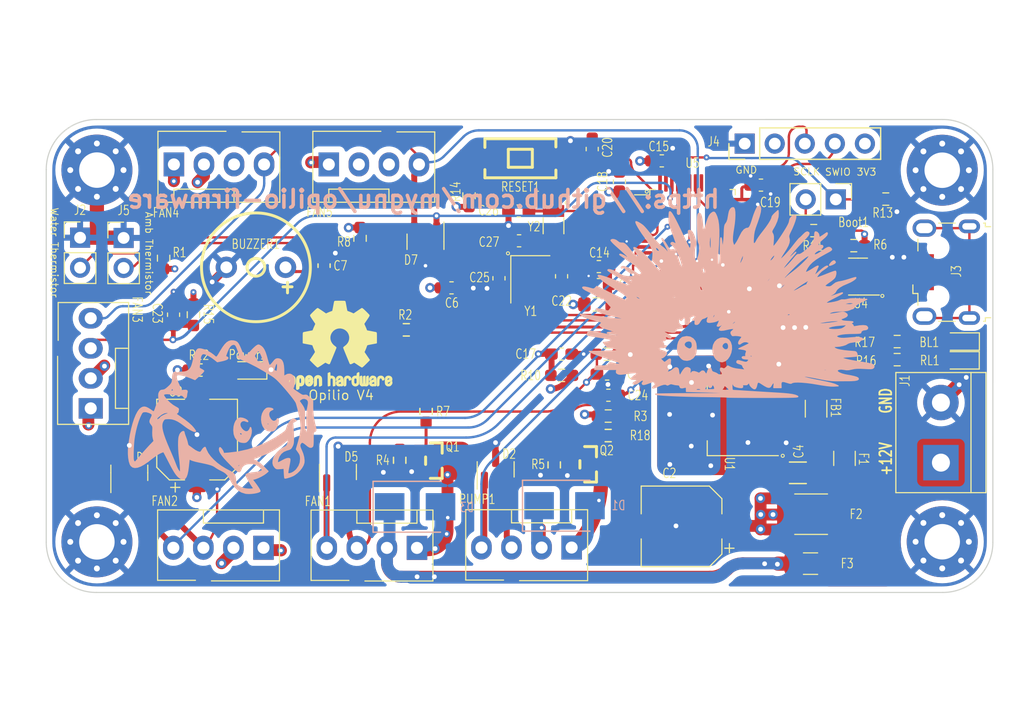
<source format=kicad_pcb>
(kicad_pcb (version 20211014) (generator pcbnew)
  (title_block (title "Opilio") (date "2022-08-15") (rev "V4.0"))
  (layers (0 "F.Cu" signal) (1 "In1.Cu" power "GND") (2 "In2.Cu" power "3V3") (31 "B.Cu" signal) (34 "B.Paste" user) (35 "F.Paste" user) (36 "B.SilkS" user "B.Silkscreen") (37 "F.SilkS" user "F.Silkscreen") (38 "B.Mask" user) (39 "F.Mask" user) (44 "Edge.Cuts" user))
  (net 0 "")
  (net 1 "BOOT0")
  (net 2 "Net-(Boot1-Pad2)")
  (net 3 "OSCOUT")
  (net 4 "GND")
  (net 5 "OSCIN")
  (net 6 "CIN")
  (net 7 "COUT")
  (net 8 "Net-(C1-Pad1)")
  (net 9 "VDDA")
  (net 10 "+12VF(F)")
  (net 11 "+12VF(P)")
  (net 12 "PWM_READ1")
  (net 13 "PWM_READ3")
  (net 14 "PWM_READ2")
  (net 15 "PWM_READ4")
  (net 16 "+12V")
  (net 17 "+5V")
  (net 18 "USB_CON_D-")
  (net 19 "USB_CON_D+")
  (net 20 "SWCLK")
  (net 21 "SWIO")
  (net 22 "THERM_READ_W")
  (net 23 "PWM_OUT1")
  (net 24 "PWM_OUT3")
  (net 25 "PWM_OUT2")
  (net 26 "PWM_OUT4")
  (net 27 "Net-(Power1-Pad2)")
  (net 28 "USB_D+")
  (net 29 "USB_D-")
  (net 30 "Net-(C20-Pad1)")
  (net 33 "THERM_READ_A")
  (net 40 "RED_LED")
  (net 50 "BLUE_LED")
  (net 51 "Net-(BL1-Pad2)")
  (net 52 "Net-(R16-Pad2)")
  (net 53 "+3.3V")
  (net 54 "unconnected-(J3-Pad6)")
  (net 55 "F_GND")
  (net 56 "P_GND")
  (net 57 "BUZZER")
  (net 58 "FAN_EN")
  (net 59 "PUMP_EN")
  (net 60 "Net-(C4-Pad1)")
  (net 61 "Net-(Q1-Pad1)")
  (net 62 "Net-(Q2-Pad1)")
  (net 64 "Net-(R2-Pad2)")
  (footprint "Capacitor_SMD:C_0603_1608Metric_Pad1.08x0.95mm_HandSolder" (layer "F.Cu") (at 147.51 123.32)
    (fp_text reference "C24")
    (fp_text value "10nF")
  )
  (footprint "Capacitor_SMD:C_0603_1608Metric_Pad1.08x0.95mm_HandSolder" (layer "F.Cu") (at 110.76 116.51 -90)
    (fp_text reference "C23")
    (fp_text value "10nF")
  )
  (footprint "Resistor_SMD:R_0603_1608Metric_Pad0.98x0.95mm_HandSolder" (layer "F.Cu") (at 130.43 117.79 180)
    (fp_text reference "R2")
    (fp_text value "100R")
  )
  (footprint "Package_TO_SOT_SMD:SOT-23" (layer "F.Cu") (at 137.98 129.5875 90)
    (fp_text reference "D2")
    (fp_text value "SP0502BAHT")
  )
  (footprint "Resistor_SMD:R_0603_1608Metric_Pad0.98x0.95mm_HandSolder" (layer "F.Cu") (at 171.91 118.78)
    (fp_text reference "R17")
    (fp_text value "R660")
  )
  (footprint "Package_TO_SOT_SMD:SOT-23" (layer "F.Cu") (at 107.02 129.88 90)
    (fp_text reference "D6")
    (fp_text value "SP0502BAHT")
  )
  (footprint "Capacitor_SMD:CP_Elec_6.3x7.7" (layer "F.Cu") (at 153.69 134.41 180)
    (fp_text reference "C2")
    (fp_text value "220uF")
  )
  (footprint "Custom:FanPinHeader_1x04_P2.54mm_Vertical_no_hole" (layer "F.Cu") (at 131.33 136.43 180)
    (fp_text reference "FAN1")
    (fp_text value "Fan_4pin")
  )
  (footprint "Capacitor_SMD:C_0603_1608Metric_Pad1.08x0.95mm_HandSolder" (layer "F.Cu") (at 148.44 105.25 90)
    (fp_text reference "C18")
    (fp_text value "100nF")
  )
  (footprint "Custom:USB_Micro-B_Wuerth_629105150521_narrow_holes" (layer "F.Cu") (at 176.065 112.915 90)
    (fp_text reference "J3")
    (fp_text value "USB_B_Micro")
  )
  (footprint "Capacitor_SMD:C_0603_1608Metric_Pad1.08x0.95mm_HandSolder" (layer "F.Cu") (at 163.09 121.87 90)
    (fp_text reference "C1")
    (fp_text value "10uF")
  )
  (footprint "LOGO" (layer "F.Cu") (at 157.56 115.35)
    (fp_text reference "G***" hide)
    (fp_text value "LOGO" hide)
  )
  (footprint "Resistor_SMD:R_0603_1608Metric_Pad0.98x0.95mm_HandSolder" (layer "F.Cu") (at 132.1 124.69 -90)
    (fp_text reference "R7")
    (fp_text value "0R")
  )
  (footprint "Capacitor_SMD:C_0603_1608Metric_Pad1.08x0.95mm_HandSolder" (layer "F.Cu") (at 146.7 112.44 180)
    (fp_text reference "C14")
    (fp_text value "1uF")
  )
  (footprint "Resistor_SMD:R_0603_1608Metric_Pad0.98x0.95mm_HandSolder" (layer "F.Cu") (at 168.24452 110.66548 180)
    (fp_text reference "R6")
    (fp_text value "1k5")
  )
  (footprint "LED_SMD:LED_0603_1608Metric_Pad1.05x0.95mm_HandSolder" (layer "F.Cu") (at 177.19 120.37 180)
    (fp_text reference "RL1")
    (fp_text value "Red")
  )
  (footprint "Capacitor_SMD:C_0603_1608Metric_Pad1.08x0.95mm_HandSolder" (layer "F.Cu") (at 143.55 113.26 90)
    (fp_text reference "C22")
    (fp_text value "30pF")
  )
  (footprint "Resistor_SMD:R_0603_1608Metric_Pad0.98x0.95mm_HandSolder" (layer "F.Cu") (at 135.73 106.45 90)
    (fp_text reference "R14")
    (fp_text value "10k")
  )
  (footprint "Fuse:Fuse_1812_4532Metric_Pad1.30x3.40mm_HandSolder" (layer "F.Cu") (at 164.64 133.38)
    (fp_text reference "F2")
    (fp_text value "3A")
  )
  (footprint "Connector_PinHeader_2.54mm:PinHeader_1x02_P2.54mm_Vertical" (layer "F.Cu") (at 106.54 110.015)
    (fp_text reference "J5")
    (fp_text value "Conn_01x02_Male")
  )
  (footprint "Custom:TerminalBlock_bornier-2_P5.08mm" (layer "F.Cu") (at 175.61 129.02 90)
    (fp_text reference "J1")
    (fp_text value "Screw_Terminal_01x02")
  )
  (footprint "MountingHole:MountingHole_3mm_Pad_Via" (layer "F.Cu") (at 175.72 135.71)
    (fp_text reference "H1")
    (fp_text value "MountingHole_Pad")
  )
  (footprint "Connector_PinHeader_2.54mm:PinHeader_1x02_P2.54mm_Vertical" (layer "F.Cu") (at 102.86 109.995)
    (fp_text reference "J2")
    (fp_text value "Conn_01x02_Male")
  )
  (footprint "Custom:FanPinHeader_1x04_P2.54mm_Vertical_no_hole" (layer "F.Cu") (at 144.4 136.4 180)
    (fp_text reference "PUMP1")
    (fp_text value "Fan_4pin")
  )
  (footprint "Symbol:OSHW-Logo2_9.8x8mm_SilkScreen" (layer "F.Cu") (at 124.81 119.09)
    (fp_text reference "LOGO1" hide)
    (fp_text value "Logo_Open_Hardware_Small" hide)
  )
  (footprint "Capacitor_SMD:C_0603_1608Metric_Pad1.08x0.95mm_HandSolder" (layer "F.Cu") (at 152.02 103.5)
    (fp_text reference "C15")
    (fp_text value "100nF")
  )
  (footprint "MountingHole:MountingHole_3mm_Pad_Via" (layer "F.Cu") (at 175.72 104.29)
    (fp_text reference "H2")
    (fp_text value "MountingHole_Pad")
  )
  (footprint "Capacitor_SMD:C_0603_1608Metric_Pad1.08x0.95mm_HandSolder" (layer "F.Cu") (at 147.4 121.53 180)
    (fp_text reference "C16")
    (fp_text value "10nF")
  )
  (footprint "Resistor_SMD:R_0603_1608Metric_Pad0.98x0.95mm_HandSolder" (layer "F.Cu") (at 142.93 129.21 90)
    (fp_text reference "R5")
    (fp_text value "10K")
  )
  (footprint "Connector_PinHeader_2.54mm:PinHeader_1x05_P2.54mm_Vertical" (layer "F.Cu") (at 159.025 102.04 90)
    (fp_text reference "J4")
    (fp_text value "Program")
  )
  (footprint "Resistor_SMD:R_0603_1608Metric_Pad0.98x0.95mm_HandSolder" (layer "F.Cu") (at 129.87 128.82 90)
    (fp_text reference "R4")
    (fp_text value "10K")
  )
  (footprint "Capacitor_SMD:CP_Elec_6.3x7.7" (layer "F.Cu") (at 112.75 127.07 90)
    (fp_text reference "C9")
    (fp_text value "220uF")
  )
  (footprint "Crystal:Crystal_SMD_3215-2Pin_3.2x1.5mm" (layer "F.Cu") (at 142.87 108.99 90)
    (fp_text reference "Y2")
    (fp_text value "YST310S 32.768KHz")
  )
  (footprint "Capacitor_SMD:C_0603_1608Metric_Pad1.08x0.95mm_HandSolder" (layer "F.Cu") (at 143.55 119.84 180)
    (fp_text reference "C17")
    (fp_text value "10nF")
  )
  (footprint "Resistor_SMD:R_0603_1608Metric_Pad0.98x0.95mm_HandSolder" (layer "F.Cu") (at 147.49 125.08)
    (fp_text reference "R3")
    (fp_text value "1k")
  )
  (footprint "Package_TO_SOT_SMD:SOT-23-6" (layer "F.Cu") (at 168.60452 113.28548 180)
    (fp_text reference "U4")
    (fp_text value "USBLC6-2SC6")
  )
  (footprint "Resistor_SMD:R_0603_1608Metric_Pad0.98x0.95mm_HandSolder" (layer "F.Cu") (at 112.93 121.19)
    (fp_text reference "R12")
    (fp_text value "1.65K")
  )
  (footprint "Fuse:Fuse_1206_3216Metric_Pad1.42x1.75mm_HandSolder" (layer "F.Cu") (at 167.46 128.66 90)
    (fp_text reference "F1")
    (fp_text value "250mA")
  )
  (footprint "LED_SMD:LED_0603_1608Metric_Pad1.05x0.95mm_HandSolder" (layer "F.Cu") (at 177.2 118.78 180)
    (fp_text reference "BL1")
    (fp_text value "Blue")
  )
  (footprint "Package_TO_SOT_SMD:SOT-23" (layer "F.Cu") (at 124.65 129.8075 90)
    (fp_text reference "D5")
    (fp_text value "SP0502BAHT")
  )
  (footprint "Crystal:Crystal_SMD_3225-4Pin_3.2x2.5mm" (layer "F.Cu") (at 140.91 113.52 -90)
    (fp_text reference "Y1")
    (fp_text value "YSX531SL 8MHz")
  )
  (footprint "Custom:FanPinHeader_1x04_P2.54mm_Vertical_no_hole" (layer "F.Cu") (at 118.36 136.42 180)
    (fp_text reference "FAN2")
    (fp_text value "Fan_4pin")
  )
  (footprint "easyeda2kicad:SOT-23_L2.9-W1.3-P1.90-LS2.4-BR" (layer "F.Cu") (at 132.76 128.85 180)
    (fp_text reference "Q1")
    (fp_text value "PMV25ENEAR")
  )
  (footprint "Inductor_SMD:L_0805_2012Metric_Pad1.05x1.20mm_HandSolder" (layer "F.Cu") (at 146.63 115.64)
    (fp_text reference "L2")
    (fp_text value "39nH")
  )
  (footprint "Resistor_SMD:R_0603_1608Metric_Pad0.98x0.95mm_HandSolder" (layer "F.Cu") (at 147.49 126.73 180)
    (fp_text reference "R18")
    (fp_text value "0R")
  )
  (footprint "Custom:FanPinHeader_1x04_P2.54mm_Vertical_no_hole" (layer "F.Cu") (at 110.79 103.6)
    (fp_text reference "FAN4")
    (fp_text value "Fan_4pin")
  )
  (footprint "MountingHole:MountingHole_3mm_Pad_Via" (layer "F.Cu") (at 104.28 135.72)
    (fp_text reference "H3")
    (fp_text value "MountingHole_Pad")
  )
  (footprint "Connector_PinHeader_2.54mm:PinHeader_1x02_P2.54mm_Vertical" (layer "F.Cu") (at 166.724189 106.754189 -90)
    (fp_text reference "Boot1")
    (fp_text value "Conn_01x02_Male")
  )
  (footprint "Resistor_SMD:R_0603_1608Metric_Pad0.98x0.95mm_HandSolder" (layer "F.Cu") (at 112.44 116.51 -90)
    (fp_text reference "R15")
    (fp_text value "1k")
  )
  (footprint "Resistor_SMD:R_0603_1608Metric_Pad0.98x0.95mm_HandSolder" (layer "F.Cu") (at 170.95 106.73)
    (fp_text reference "R13")
    (fp_text value "100k")
  )
  (footprint "Package_TO_SOT_SMD:SOT-223-3_TabPin2" (layer "F.Cu") (at 157.77 125.02 180)
    (fp_text reference "U1")
    (fp_text value "AMS1117-3.3")
  )
  (footprint "easyeda2kicad:SOT-23_L2.9-W1.3-P1.90-LS2.4-BR" (layer "F.Cu") (at 145.8 129.16 180)
    (fp_text reference "Q2")
    (fp_text value "PMV25ENEAR")
  )
  (footprint "Fuse:Fuse_1206_3216Metric_Pad1.42x1.75mm_HandSolder" (layer "F.Cu") (at 164.59 137.56)
    (fp_text reference "F3")
    (fp_text value "1.1A")
  )
  (footprint "LED_SMD:LED_0603_1608Metric_Pad1.05x0.95mm_HandSolder" (layer "F.Cu") (at 116.9825 121.22 180)
    (fp_text reference "Power1")
    (fp_text value "Yellow/Green")
  )
  (footprint "Capacitor_SMD:C_0603_1608Metric_Pad1.08x0.95mm_HandSolder" (layer "F.Cu") (at 139.96 110.26 180)
    (fp_text reference "C27")
    (fp_text value "18pF")
  )
  (footprint "Capacitor_SMD:C_0603_1608Metric_Pad1.08x0.95mm_HandSolder" (layer "F.Cu") (at 138.26 113.43 90)
    (fp_text reference "C25")
    (fp_text value "30pF")
  )
  (footprint "Resistor_SMD:R_0603_1608Metric_Pad0.98x0.95mm_HandSolder" (layer "F.Cu") (at 171.91 120.31)
    (fp_text reference "R16")
    (fp_text value "R165")
  )
  (footprint "Capacitor_SMD:C_0603_1608Metric_Pad1.08x0.95mm_HandSolder" (layer "F.Cu") (at 160.4 105.55)
    (fp_text reference "C19")
    (fp_text value "100nF")
  )
  (footprint "Resistor_SMD:R_0603_1608Metric_Pad0.98x0.95mm_HandSolder" (layer "F.Cu") (at 147.4 119.85 180)
    (fp_text reference "R9")
    (fp_text value "1k")
  )
  (footprint "easyedakicad:SW-SMD_L6.0-W3.3-LS8.0" (layer "F.Cu") (at 139.93 103.3 180)
    (fp_text reference "RESET1")
    (fp_text value "Reset")
  )
  (footprint "Capacitor_SMD:C_1206_3216Metric_Pad1.33x1.80mm_HandSolder" (layer "F.Cu") (at 165.06 124.46 -90)
    (fp_text reference "FB1")
    (fp_text value "CBW321609U600")
  )
  (footprint "Capacitor_SMD:C_0603_1608Metric_Pad1.08x0.95mm_HandSolder" (layer "F.Cu") (at 161.78 119.2)
    (fp_text reference "C5")
    (fp_text value "10uF")
  )
  (footprint "Capacitor_SMD:C_0603_1608Metric_Pad1.08x0.95mm_HandSolder" (layer "F.Cu") (at 123.48 112.36 90)
    (fp_text reference "C7")
    (fp_text value "100nF")
  )
  (footprint "MountingHole:MountingHole_3mm_Pad_Via" (layer "F.Cu") (at 104.28 104.28)
    (fp_text reference "H4")
    (fp_text value "MountingHole_Pad")
  )
  (footprint "Resistor_SMD:R_0603_1608Metric_Pad0.98x0.95mm_HandSolder" (layer "F.Cu") (at 109.92 111.73 -90)
    (fp_text reference "R1")
    (fp_text value "10k")
  )
  (footprint "LOGO" (layer "F.Cu") (at 114.89 125.16)
    (fp_text reference "G***" hide)
    (fp_text value "LOGO" hide)
  )
  (footprint "Capacitor_SMD:C_1206_3216Metric_Pad1.33x1.80mm_HandSolder" (layer "F.Cu") (at 163.52 129.88 180)
    (fp_text reference "C4")
    (fp_text value "22uF")
  )
  (footprint "Capacitor_SMD:C_0603_1608Metric_Pad1.08x0.95mm_HandSolder" (layer "F.Cu") (at 146.71 113.96 180)
    (fp_text reference "C13")
    (fp_text value "10nF")
  )
  (footprint "Capacitor_SMD:C_0603_1608Metric_Pad1.08x0.95mm_HandSolder" (layer "F.Cu") (at 146.14 102.5 90)
    (fp_text reference "C20")
    (fp_text value "100nF")
  )
  (footprint "Custom:FanPinHeader_1x04_P2.54mm_Vertical_no_hole" (layer "F.Cu") (at 103.56 124.43 90)
    (fp_text reference "FAN3")
    (fp_text value "Fan_4pin")
  )
  (footprint "Capacitor_SMD:C_0603_1608Metric_Pad1.08x0.95mm_HandSolder" (layer "F.Cu") (at 158.57 115.43)
    (fp_text reference "C21")
    (fp_text value "100nF")
  )
  (footprint "Resistor_SMD:R_0603_1608Metric_Pad0.98x0.95mm_HandSolder" (layer "F.Cu") (at 126.52 110.05 90)
    (fp_text reference "R8")
    (fp_text value "10k")
  )
  (footprint "Resistor_SMD:R_0603_1608Metric_Pad0.98x0.95mm_HandSolder" (layer "F.Cu") (at 164.86 109.4 180)
    (fp_text reference "R11")
    (fp_text value "10K")
  )
  (footprint "Capacitor_SMD:C_0603_1608Metric_Pad1.08x0.95mm_HandSolder" (layer "F.Cu") (at 139.93 107.74 180)
    (fp_text reference "C26")
    (fp_text value "18pF")
  )
  (footprint "Capacitor_SMD:C_0603_1608Metric_Pad1.08x0.95mm_HandSolder" (layer "F.Cu") (at 161.98 116.05 90)
    (fp_text reference "C3")
    (fp_text value "10uF")
  )
  (footprint "Custom:FanPinHeader_1x04_P2.54mm_Vertical_no_hole" (layer "F.Cu") (at 123.88 103.6)
    (fp_text reference "FAN5")
    (fp_text value "Fan_4pin")
  )
  (footprint "Resistor_SMD:R_0603_1608Metric_Pad0.98x0.95mm_HandSolder" (layer "F.Cu") (at 143.558384 121.64 180)
    (fp_text reference "R10")
    (fp_text value "1k")
  )
  (footprint "Package_TO_SOT_SMD:SOT-23" (layer "F.Cu") (at 132.05 110.34 -90)
    (fp_text reference "D7")
    (fp_text value "SP0502BAHT")
  )
  (footprint "Capacitor_SMD:C_0603_1608Metric_Pad1.08x0.95mm_HandSolder" (layer "F.Cu") (at 134.25 114.24)
    (fp_text reference "C6")
    (fp_text value "10uF")
  )
  (footprint "easyeda2kicad:BUZ-TH_BD9.0-P5.00-D0.6-FD" (layer "F.Cu") (at 117.72 112.5 180)
    (fp_text reference "BUZZER1")
    (fp_text value "HNB09A03")
  )
  (footprint "Package_QFP:LQFP-48_7x7mm_P0.5mm" (layer "F.Cu") (at 154.62 109.53)
    (fp_text reference "U5")
    (fp_text value "STM32F103C8T6")
  )
  (footprint "Diode_SMD:D_SMB" (layer "B.Cu") (at 131.17 132.75)
    (fp_text reference "D3")
    (fp_text value "B230")
  )
  (footprint "Diode_SMD:D_SMB" (layer "B.Cu") (at 143.8 132.66)
    (fp_text reference "D1")
    (fp_text value "B230")
  )
  (gr_circle (center 139.02 111.32) (end 139.15 111.32) (layer "F.SilkS") (width 0.08) (fill none))
  (gr_circle (center 150.75 106.1) (end 150.88 106.1) (layer "F.SilkS") (width 0.08) (fill none))
  (gr_circle (center 170.66 114.92) (end 170.79 114.92) (layer "F.SilkS") (width 0.08) (fill none))
  (gr_circle (center 162.24 128.44) (end 162.37 128.44) (layer "F.SilkS") (width 0.08) (fill none))
  (gr_circle (center 143.98 107.04) (end 144.11 107.04) (layer "F.SilkS") (width 0.08) (fill none))
  (gr_line (start 175.758938 139.998938) (end 104.241062 139.998937) (layer "Edge.Cuts") (width 0.1))
  (gr_arc locked (start 179.998937 135.758938) (mid 178.760323 138.760324) (end 175.758938 139.998938) (layer "Edge.Cuts") (width 0.1))
  (gr_arc locked (start 100.001063 104.241062) (mid 101.239677 101.239676) (end 104.241062 100.001062) (layer "Edge.Cuts") (width 0.1))
  (gr_line (start 104.241062 100.001062) (end 175.76 100.000001) (layer "Edge.Cuts") (width 0.1))
  (gr_line (start 100.001062 135.758938) (end 100.001063 104.241062) (layer "Edge.Cuts") (width 0.1))
  (gr_arc locked (start 175.76 100.000001) (mid 178.761386 101.238615) (end 180 104.24) (layer "Edge.Cuts") (width 0.1))
  (gr_line (start 180 104.24) (end 179.998937 135.758938) (layer "Edge.Cuts") (width 0.1))
  (gr_arc locked (start 104.241062 139.998937) (mid 101.239676 138.760323) (end 100.001062 135.758938) (layer "Edge.Cuts") (width 0.1))
  (gr_text "https://github.com/mygnu/opilio-firmware" (at 131.87 106.74) (layer "B.SilkS") (effects (font (size 1.5 1.5) (thickness 0.3)) (justify mirror)))
  (gr_text "SCLK" (at 164.26 104.42) (layer "F.SilkS") (effects (font (size 0.6 0.6) (thickness 0.08))))
  (gr_text "Opilio V4" (at 124.92 123.32) (layer "F.SilkS") (effects (font (size 0.8 0.8) (thickness 0.1))))
  (gr_text "3V3" (at 169.32 104.44) (layer "F.SilkS") (effects (font (size 0.6 0.6) (thickness 0.08))))
  (gr_text "SWIO" (at 166.9 104.44) (layer "F.SilkS") (effects (font (size 0.6 0.6) (thickness 0.08))))
  (gr_text "Amb Thermistor" (at 108.68 111.32 270) (layer "F.SilkS") (effects (font (size 0.6 0.6) (thickness 0.08))))
  (gr_text "Water Thermistor" (at 100.69 111.26 270) (layer "F.SilkS") (effects (font (size 0.6 0.6) (thickness 0.08))))
  (gr_text "GND" (at 170.95 123.79 90) (layer "F.SilkS") (effects (font (size 1 0.7))))
  (gr_text "+12V" (at 170.95 128.7 90) (layer "F.SilkS") (effects (font (size 1 0.7))))
  (gr_text "GND" (at 159.16 104.27) (layer "F.SilkS") (effects (font (size 0.6 0.6) (thickness 0.08))))
  (segment (start 154.03 103.48) (end 154.125 103.385) (width 0.2) (layer "F.Cu") (net 1))
  (segment (start 154.547487 103.21) (end 155.8 103.21) (width 0.2) (layer "F.Cu") (net 1))
  (segment (start 153.87 105.3675) (end 153.87 103.866274) (width 0.2) (layer "F.Cu") (net 1))
  (segment (start 169.891689 106.754189) (end 166.724189 106.754189) (width 0.2) (layer "F.Cu") (net 1))
  (via (at 155.8 103.21) (size 0.5) (drill 0.2) (layers "F.Cu" "B.Cu") (net 1))
  (arc (start 153.87 103.866274) (mid 153.911583 103.657224) (end 154.03 103.48) (width 0.2) (layer "F.Cu") (net 1))
  (arc (start 154.125 103.385) (mid 154.318838 103.255481) (end 154.547487 103.21) (width 0.2) (layer "F.Cu") (net 1))
  (segment (start 163.578104 103.608103) (end 166.724189 106.754189) (width 0.2) (layer "B.Cu") (net 1))
  (segment (start 155.851621 103.261621) (end 159.621621 103.261621) (width 0.2) (layer "B.Cu") (net 1))
  (segment (start 159.621621 103.261621) (end 162.741621 103.261621) (width 0.2) (layer "B.Cu") (net 1))
  (arc (start 155.8 103.21) (mid 155.815119 103.246502) (end 155.851621 103.261621) (width 0.2) (layer "B.Cu") (net 1))
  (arc (start 162.741621 103.261621) (mid 163.194322 103.351669) (end 163.578104 103.608103) (width 0.2) (layer "B.Cu") (net 1))
  (segment (start 164.184189 106.754189) (end 164.184189 108.911689) (width 0.2) (layer "F.Cu") (net 2))
  (segment (start 146.75 109.48) (end 144.75799 111.47201) (width 0.2) (layer "F.Cu") (net 3))
  (segment (start 144.56 111.95) (end 144.56 112.852639) (width 0.2) (layer "F.Cu") (net 3))
  (segment (start 150.4575 109.28) (end 147.232842 109.28) (width 0.2) (layer "F.Cu") (net 3))
  (segment (start 141.76 114.62) (end 143.0525 114.62) (width 0.2) (layer "F.Cu") (net 3))
  (segment (start 144.37625 113.29625) (end 143.55 114.1225) (width 0.2) (layer "F.Cu") (net 3))
  (segment (start 143.0525 114.62) (end 143.55 114.1225) (width 0.2) (layer "F.Cu") (net 3))
  (arc (start 147.232842 109.28) (mid 146.97153 109.331978) (end 146.75 109.48) (width 0.2) (layer "F.Cu") (net 3))
  (arc (start 144.75799 111.47201) (mid 144.611456 111.691313) (end 144.56 111.95) (width 0.2) (layer "F.Cu") (net 3))
  (arc (start 144.56 112.852639) (mid 144.512245 113.09272) (end 144.37625 113.29625) (width 0.2) (layer "F.Cu") (net 3))
  (segment (start 145.8375 113.2325) (end 145.8375 113.95) (width 0.5) (layer "F.Cu") (net 4))
  (segment (start 132.05 110.94375) (end 132.05 112.33625) (width 0.5) (layer "F.Cu") (net 4))
  (segment (start 104.295 109.995) (end 106.491716 109.995) (width 1.2) (layer "F.Cu") (net 4))
  (segment (start 161.9575 128.3575) (end 161.9575 129.88) (width 1) (layer "F.Cu") (net 4))
  (segment (start 156.87 113.6925) (end 156.87 113.048406) (width 0.25) (layer "F.Cu") (net 4))
  (segment (start 149.05 110.31) (end 149.08 110.28) (width 0.3) (layer "F.Cu") (net 4))
  (segment (start 178.075 120.985) (end 178.075 118.78) (width 0.5) (layer "F.Cu") (net 4))
  (segment (start 147.5325 104.3875) (end 147.53 104.39) (width 0.25) (layer "F.Cu") (net 4))
  (segment (start 145.437134 119.82) (end 144.419634 119.82) (width 0.5) (layer "F.Cu") (net 4))
  (segment (start 149.08 110.28) (end 150.4575 110.28) (width 0.3) (layer "F.Cu") (net 4))
  (segment (start 144.3 101.8) (end 145.747691 101.8) (width 0.5) (layer "F.Cu") (net 4))
  (segment (start 146.771244 123.021257) (end 148.2625 121.53) (width 0.5) (layer "F.Cu") (net 4))
  (segment (start 102.86 109.995) (end 104.295 109.995) (width 1.2) (layer "F.Cu") (net 4))
  (segment (start 118.2975 121.21) (end 118.77 121.21) (width 0.5) (layer "F.Cu") (net 4))
  (segment (start 143.55 112.3975) (end 141.7825 112.3975) (width 0.3) (layer "F.Cu") (net 4))
  (segment (start 115.116464 112.643535) (end 114.023535 113.736464) (width 0.7) (layer "F.Cu") (net 4))
  (segment (start 130.1325 129.84) (end 129.39 129.84) (width 1.2) (layer "F.Cu") (net 4))
  (segment (start 168.864162 112.755838) (end 169.393803 113.28548) (width 0.2) (layer "F.Cu") (net 4))
  (segment (start 142.72 130.0625) (end 143.9275 130.0625) (width 1.2) (layer "F.Cu") (net 4))
  (segment (start 161.2225 105.49) (end 161.2225 106.293965) (width 0.5) (layer "F.Cu") (net 4))
  (segment (start 152.5 103.99) (end 152.806486 103.683514) (width 0.3) (layer "F.Cu") (net 4))
  (segment (start 138.26 114.2925) (end 139.7325 114.2925) (width 0.4) (layer "F.Cu") (net 4))
  (segment (start 152.8825 103.5) (end 152.8825 102.462604) (width 0.5) (layer "F.Cu") (net 4))
  (segment (start 145.8375 112.44) (end 145.8375 113.2325) (width 0.5) (layer "F.Cu") (net 4))
  (segment (start 162.94 119.41625) (end 162.94 120.62375) (width 0.7) (layer "F.Cu") (net 4))
  (segment (start 129.39 129.84) (end 128.58 129.84) (width 1.2) (layer "F.Cu") (net 4))
  (segment (start 139.0675 108.9725) (end 139.0675 110.23) (width 0.5) (layer "F.Cu") (net 4))
  (segment (start 160.92 127.32) (end 162.51 127.32) (width 1) (layer "F.Cu") (net 4))
  (segment (start 104.28 104.28) (end 104.28 109.958787) (width 1.2) (layer "F.Cu") (net 4))
  (segment (start 168.98 111.78) (end 168.865 111.895) (width 0.2) (layer "F.Cu") (net 4))
  (segment (start 168.78 112.100208) (end 168.78 112.552653) (width 0.2) (layer "F.Cu") (net 4))
  (segment (start 160.026049 107.28) (end 160.125549 107.1805) (width 0.3) (layer "F.Cu") (net 4))
  (segment (start 159.413321 115.43) (end 159.413321 114.316642) (width 0.5) (layer "F.Cu") (net 4))
  (segment (start 137.2625 114.2925) (end 137.25 114.28) (width 0.2) (layer "F.Cu") (net 4))
  (segment (start 169.259513 111.63) (end 173.640487 111.63) (width 0.4) (layer "F.Cu") (net 4))
  (segment (start 112.76 126.63) (end 112.76 125.25) (width 1) (layer "F.Cu") (net 4))
  (segment (start 171.88 106.69625) (end 171.88 107.68375) (width 0.5) (layer "F.Cu") (net 4))
  (segment (start 110.77 115.53875) (end 110.77 114.56125) (width 0.5) (layer "F.Cu") (net 4))
  (segment (start 138.26 114.2925) (end 137.2625 114.2925) (width 0.5) (layer "F.Cu") (net 4))
  (segment (start 107.01 128.83) (end 107.01 127.501642) (width 0.5) (layer "F.Cu") (net 4))
  (segment (start 139.0675 107.74) (end 139.0675 108.9725) (width 0.5) (layer "F.Cu") (net 4))
  (segment (start 142.72 130.0625) (end 141.7275 130.0625) (width 1.2) (layer "F.Cu") (net 4))
  (segment (start 161.96 115.11875) (end 161.96 114.06125) (width 0.7) (layer "F.Cu") (net 4))
  (segment (start 131.61 129.8) (end 130.3075 129.8) (width 1.2) (layer "F.Cu") (net 4))
  (segment (start 124.65 128.87) (end 124.65 127.685784) (width 0.5) (layer "F.Cu") (net 4))
  (segment (start 137.98 128.65) (end 137.98 127.351642) (width 0.5) (layer "F.Cu") (net 4))
  (segment (start 175.61 123.94) (end 177.255 122.295) (width 1.2) (layer "F.Cu") (net 4))
  (segment (start 135.1375 114.27) (end 136.09 114.27) (width 0.5) (layer "F.Cu") (net 4))
  (segment (start 148.44 104.3875) (end 147.5325 104.3875) (width 0.5) (layer "F.Cu") (net 4))
  (segment (start 143.9275 130.0625) (end 144.535325 130.0625) (width 1.2) (layer "F.Cu") (net 4))
  (segment (start 123.48 111.4975) (end 123.953193 111.4975) (width 0.25) (layer "F.Cu") (net 4))
  (segment (start 158.7825 107.28) (end 160.026049 107.28) (width 0.3) (layer "F.Cu") (net 4))
  (segment (start 161.9775 120.69) (end 163.08 120.69) (width 1) (layer "F.Cu") (net 4))
  (segment (start 152.37 105.3675) (end 152.37 104.303847) (width 0.3) (layer "F.Cu") (net 4))
  (segment (start 141.76 112.52) (end 140.06 114.22) (width 0.2) (layer "F.Cu") (net 4))
  (segment (start 143.93 103.3) (end 143.93 102.693259) (width 0.3) (layer "F.Cu") (net 4))
  (segment (start 177.255 122.295) (end 177.728517 121.821483) (width 1.2) (layer "F.Cu") (net 4))
  (segment (start 151.705 134.38) (end 153.235 134.38) (width 1) (layer "F.Cu") (net 4))
  (segment (start 160.92 127.32) (end 159.3 127.32) (width 1) (layer "F.Cu") (net 4))
  (via (at 137.25 114.28) (size 0.8) (drill 0.4) (layers "F.Cu" "B.Cu") (net 4))
  (via (at 124.43 111.3) (size 0.8) (drill 0.4) (layers "F.Cu" "B.Cu") (net 4))
  (via (at 141.77 130.08) (size 0.8) (drill 0.4) (layers "F.Cu" "B.Cu") (net 4))
  (via (at 177.15 122.43) (size 0.8) (drill 0.4) (layers "F.Cu" "B.Cu") (net 4))
  (via (at 130.88 129.78) (size 0.8) (drill 0.4) (layers "F.Cu" "B.Cu") (net 4))
  (via (at 172.48 111.65) (size 0.8) (drill 0.4) (layers "F.Cu" "B.Cu") (net 4))
  (via (at 159.3 127.32) (size 0.8) (drill 0.4) (layers "F.Cu" "B.Cu") (net 4))
  (via (at 161.96 114.06125) (size 0.8) (drill 0.4) (layers "F.Cu" "B.Cu") (net 4))
  (via (at 137.97 127.3275) (size 0.8) (drill 0.4) (layers "F.Cu" "B.Cu") (net 4))
  (via (at 147.47 122.41) (size 0.8) (drill 0.4) (layers "F.Cu" "B.Cu") (net 4))
  (via (at 132.05 112.37) (size 0.6) (drill 0.3) (layers "F.Cu" "B.Cu") (net 4))
  (via (at 160.125549 107.1805) (size 0.6) (drill 0.3) (layers "F.Cu" "B.Cu") (net 4))
  (via (at 144.04 130.11) (size 0.8) (drill 0.4) (layers "F.Cu" "B.Cu") (net 4))
  (via (at 128.49 129.84) (size 0.8) (drill 0.4) (layers "F.Cu" "B.Cu") (net 4))
  (via (at 147.53 104.39) (size 0.8) (drill 0.4) (layers "F.Cu" "B.Cu") (net 4))
  (via (at 112.74 126.65) (size 0.8) (drill 0.4) (layers "F.Cu" "B.Cu") (net 4))
  (via (at 159.42 114.32) (size 0.8) (drill 0.4) (layers "F.Cu" "B.Cu") (net 4))
  (via (at 171.5 111.65) (size 0.8) (drill 0.4) (layers "F.Cu" "B.Cu") (net 4))
  (via (at 145.8375 113.2325) (size 0.5) (drill 0.2) (layers "F.Cu" "B.Cu") (net 4))
  (via (at 157.18 112.3) (size 0.6) (drill 0.3) (layers "F.Cu" "B.Cu") (net 4))
  (via (at 139.0675 108.9725) (size 0.8) (drill 0.4) (layers "F.Cu" "B.Cu") (net 4))
  (via (at 149.05 110.31) (size 0.5) (drill 0.2) (layers "F.Cu" "B.Cu") (net 4))
  (via (at 114.023535 113.736464) (size 0.8) (drill 0.4) (layers "F.Cu" "B.Cu") (net 4))
  (via (at 124.67 127.6375) (size 0.8) (drill 0.4) (layers "F.Cu" "B.Cu") (net 4))
  (via (at 161.91 120.69) (size 0.8) (drill 0.4) (layers "F.Cu" "B.Cu") (net 4))
  (via (at 171.89 107.8) (size 0.8) (drill 0.4) (layers "F.Cu" "B.Cu") (net 4))
  (via (at 119 121.16) (size 0.8) (drill 0.4) (layers "F.Cu" "B.Cu") (net 4))
  (via (at 161.22 106.3) (size 0.6) (drill 0.3) (layers "F.Cu" "B.Cu") (net 4))
  (via (at 107.02 127.56) (size 0.8) (drill 0.4) (layers "F.Cu" "B.Cu") (net 4))
  (via (at 162.53 127.34) (size 0.8) (drill 0.4) (layers "F.Cu" "B.Cu") (net 4))
  (via (at 136.09 114.26) (size 0.8) (drill 0.4) (layers "F.Cu" "B.Cu") (net 4))
  (via (at 153.22 134.37) (size 0.8) (drill 0.4) (layers "F.Cu" "B.Cu") (net 4))
  (via (at 110.77 114.56) (size 0.5) (drill 0.2) (layers "F.Cu" "B.Cu") (net 4))
  (via (at 177.75 121.81) (size 0.8) (drill 0.4) (layers "F.Cu" "B.Cu") (net 4))
  (via (at 152.94 102.43) (size 0.8) (drill 0.4) (layers "F.Cu" "B.Cu") (net 4))
  (via (at 145.418384 119.84) (size 0.6) (drill 0.3) (layers "F.Cu" "B.Cu") (net 4))
  (via (at 144.3 101.8) (size 0.8) (drill 0.4) (layers "F.Cu" "B.Cu") (net 4))
  (arc (start 168.78 112.552653) (mid 168.801873 112.662615) (end 168.864162 112.755838) (width 0.2) (layer "F.Cu") (net 4))
  (arc (start 168.865 111.895) (mid 168.802091 111.98915) (end 168.78 112.100208) (width 0.2) (layer "F.Cu") (net 4))
  (arc (start 104.28 109.958787) (mid 104.283899 109.978385) (end 104.295 109.995) (width 1.2) (layer "F.Cu") (net 4))
  (arc (start 137.98 127.351642) (mid 137.977401 127.338576) (end 137.97 127.3275) (width 0.5) (layer "F.Cu") (net 4))
  (arc (start 160.92 127.32) (mid 161.653623 127.623877) (end 161.9575 128.3575) (width 1) (layer "F.Cu") (net 4))
  (arc (start 145.747691 101.8) (mid 145.960007 101.757767) (end 146.14 101.6375) (width 0.3) (layer "F.Cu") (net 4))
  (arc (start 124.65 127.685784) (mid 124.655198 127.659653) (end 124.67 127.6375) (width 0.5) (layer "F.Cu") (net 4))
  (arc (start 161.2225 106.293965) (mid 161.22185 106.297231) (end 161.22 106.3) (width 0.3) (layer "F.Cu") (net 4))
  (arc (start 156.87 113.048406) (mid 156.950566 112.643372) (end 157.18 112.3) (width 0.25) (layer "F.Cu") (net 4))
  (arc (start 169.268546 111.66048) (mid 169.112386 111.691542) (end 168.98 111.78) (width 0.2) (layer "F.Cu") (net 4))
  (arc (start 123.953193 111.4975) (mid 124.211239 111.446171) (end 124.43 111.3) (width 0.25) (layer "F.Cu") (net 4))
  (arc (start 146.6475 123.32) (mid 146.67966 123.158321) (end 146.771244 123.021257) (width 0.5) (layer "F.Cu") (net 4))
  (arc (start 144.535325 130.0625) (mid 144.597386 130.074845) (end 144.65 130.11) (width 1.2) (layer "F.Cu") (net 4))
  (arc (start 143.93 102.693259) (mid 144.02616 102.209831) (end 144.3 101.8) (width 0.5) (layer "F.Cu") (net 4))
  (arc (start 162.51 127.32) (mid 162.524142 127.325858) (end 162.53 127.34) (width 1) (layer "F.Cu") (net 4))
  (arc (start 152.37 104.303847) (mid 152.403786 104.133994) (end 152.5 103.99) (width 0.3) (layer "F.Cu") (net 4))
  (arc (start 177.728517 121.821483) (mid 177.984952 121.437701) (end 178.075 120.985) (width 0.5) (layer "F.Cu") (net 4))
  (segment (start 141.26506 111.32) (end 143.820087 111.32) (width 0.2) (layer "F.Cu") (net 5))
  (segment (start 140.06 112.32) (end 140.915 111.465) (width 0.2) (layer "F.Cu") (net 5))
  (segment (start 144.315 111.115) (end 146.39 109.04) (width 0.2) (layer "F.Cu") (net 5))
  (segment (start 147.017695 108.78) (end 150.4575 108.78) (width 0.2) (layer "F.Cu") (net 5))
  (segment (start 138.26 112.5675) (end 139.9125 112.5675) (width 0.3) (layer "F.Cu") (net 5))
  (arc (start 140.915 111.465) (mid 141.075609 111.357684) (end 141.26506 111.32) (width 0.2) (layer "F.Cu") (net 5))
  (arc (start 146.39 109.04) (mid 146.677989 108.847572) (end 147.017695 108.78) (width 0.2) (layer "F.Cu") (net 5))
  (arc (start 143.820087 111.32) (mid 144.087932 111.266722) (end 144.315 111.115) (width 0.2) (layer "F.Cu") (net 5))
  (segment (start 142.87 107.74) (end 150.4175 107.74) (width 0.2) (layer "F.Cu") (net 6))
  (segment (start 140.7925 107.74) (end 142.87 107.74) (width 0.25) (layer "F.Cu") (net 6))
  (segment (start 142.87 110.24) (end 144.080797 110.24) (width 0.2) (layer "F.Cu") (net 7))
  (segment (start 144.455 110.085) (end 145.96 108.58) (width 0.2) (layer "F.Cu") (net 7))
  (segment (start 140.8225 110.26) (end 142.85 110.26) (width 0.25) (layer "F.Cu") (net 7))
  (segment (start 146.684264 108.28) (end 150.4575 108.28) (width 0.2) (layer "F.Cu") (net 7))
  (arc (start 144.080797 110.24) (mid 144.283314 110.199716) (end 144.455 110.085) (width 0.2) (layer "F.Cu") (net 7))
  (arc (start 145.96 108.58) (mid 146.292296 108.357967) (end 146.684264 108.28) (width 0.2) (layer "F.Cu") (net 7))
  (segment (start 160.92 122.72) (end 164.4175 122.72) (width 1) (layer "F.Cu") (net 8))
  (segment (start 150.4575 110.78) (end 149.754597 110.78) (width 0.3) (layer "F.Cu") (net 9))
  (segment (start 147.5625 112.44) (end 148.84625 111.15625) (width 0.3) (layer "F.Cu") (net 9))
  (segment (start 147.5625 112.44) (end 147.5625 115.4225) (width 0.5) (layer "F.Cu") (net 9))
  (arc (start 149.754597 110.78) (mid 149.263003 110.877784) (end 148.84625 111.15625) (width 0.3) (layer "F.Cu") (net 9))
  (segment (start 161.84 137.56) (end 163.1025 137.56) (width 1.2) (layer "F.Cu") (net 10))
  (segment (start 158.866604 137.53) (end 161.71 137.53) (width 1) (layer "F.Cu") (net 10))
  (segment (start 113.33 103.6) (end 113.33 104.77) (width 1) (layer "F.Cu") (net 10))
  (segment (start 132.8 138.67) (end 156.114401 138.67) (width 1) (layer "F.Cu") (net 10))
  (segment (start 115.82 136.53) (end 114.82 137.53) (width 1) (layer "F.Cu") (net 10))
  (segment (start 132.8 138.67) (end 129.97 138.67) (width 1) (layer "F.Cu") (net 10))
  (segment (start 113.33 104.77) (end 112.79 105.31) (width 1) (layer "F.Cu") (net 10))
  (segment (start 103.995 121.715) (end 104.905 120.805) (width 1) (layer "F.Cu") (net 10))
  (segment (start 112.73 129.585) (end 112.73 131.975) (width 0.7) (layer "F.Cu") (net 10))
  (segment (start 128.79 137.49) (end 128.79 136.43) (width 1) (layer "F.Cu") (net 10))
  (via (at 131.34 138.67) (size 0.8) (drill 0.4) (layers "F.Cu" "B.Cu") (net 10))
  (via (at 161.79 137.61) (size 0.8) (drill 0.4) (layers "F.Cu" "B.Cu") (net 10))
  (via (at 160.71 137.57) (size 0.8) (drill 0.4) (layers "F.Cu" "B.Cu") (net 10))
  (via (at 132.8 138.67) (size 0.8) (drill 0.4) (layers "F.Cu" "B.Cu") (net 10))
  (via (at 112.73 131.96) (size 0.8) (drill 0.4) (layers "F.Cu" "B.Cu") (net 10))
  (via (at 112.79 105.31) (size 0.8) (drill 0.4) (layers "F.Cu" "B.Cu") (net 10))
  (via (at 114.82 137.53) (size 0.8) (drill 0.4) (layers "F.Cu" "B.Cu") (net 10))
  (via (at 104.92 120.86) (size 0.8) (drill 0.4) (layers "F.Cu" "B.Cu") (net 10))
  (arc (start 161.79 137.61) (mid 161.804645 137.574645) (end 161.84 137.56) (width 1) (layer "F.Cu") (net 10))
  (arc (start 161.71 137.53) (mid 161.766569 137.553431) (end 161.79 137.61) (width 1) (layer "F.Cu") (net 10))
  (arc (start 157.575 138.065) (mid 158.167593 137.669042) (end 158.866604 137.53) (width 1) (layer "F.Cu") (net 10))
  (arc (start 129.97 138.67) (mid 129.135614 138.324386) (end 128.79 137.49) (width 1) (layer "F.Cu") (net 10))
  (arc (start 156.114401 138.67) (mid 156.904871 138.512765) (end 157.575 138.065) (width 1) (layer "F.Cu") (net 10))
  (segment (start 128.79 136.23) (end 128.79 137.44) (width 1) (layer "B.Cu") (net 10))
  (segment (start 129.01 133.22) (end 129.01 136.01) (width 1) (layer "B.Cu") (net 10))
  (segment (start 130.02 138.67) (end 131.34 138.67) (width 1) (layer "B.Cu") (net 10))
  (segment (start 130.81 138.75) (end 156.206533 138.75) (width 1) (layer "B.Cu") (net 10))
  (segment (start 157.305 138.295) (end 157.473101 138.126899) (width 1) (layer "B.Cu") (net 10))
  (segment (start 158.89 137.54) (end 161.72 137.54) (width 1) (layer "B.Cu") (net 10))
  (arc (start 161.72 137.54) (mid 161.769497 137.560503) (end 161.79 137.61) (width 1) (layer "B.Cu") (net 10))
  (arc (start 129.01 136.01) (mid 128.945563 136.165563) (end 128.79 136.23) (width 1) (layer "B.Cu") (net 10))
  (arc (start 157.473101 138.126899) (mid 158.123179 137.69253) (end 158.89 137.54) (width 1) (layer "B.Cu") (net 10))
  (arc (start 156.206533 138.75) (mid 156.801019 138.631749) (end 157.305 138.295) (width 1) (layer "B.Cu") (net 10))
  (arc (start 128.79 137.44) (mid 129.150259 138.309741) (end 130.02 138.67) (width 1) (layer "B.Cu") (net 10))
  (segment (start 162.26 132.04) (end 160.36 132.04) (width 1) (layer "F.Cu") (net 11))
  (segment (start 156.419142 134.37) (end 160.320858 134.37) (width 1) (layer "F.Cu") (net 11))
  (segment (start 160.7675 134.67) (end 161.9925 134.67) (width 1) (layer "F.Cu") (net 11))
  (segment (start 160.38 133.41) (end 161.42 133.41) (width 1) (layer "F.Cu") (net 11))
  (segment (start 160.37 132.045) (end 160.37 134.675) (width 1) (layer "F.Cu") (net 11))
  (segment (start 161.42 133.41) (end 162.385 133.41) (width 1) (layer "F.Cu") (net 11))
  (segment (start 162.415 132.195) (end 162.26 132.04) (width 1) (layer "F.Cu") (net 11))
  (segment (start 141.86 136.2) (end 141.86 134.52) (width 0.7) (layer "F.Cu") (net 11))
  (via (at 160.37 134.65) (size 0.8) (drill 0.4) (layers "F.Cu" "B.Cu") (net 11))
  (via (at 160.36 132.04) (size 0.8) (drill 0.4) (layers "F.Cu" "B.Cu") (net 11))
  (via (at 161.42 133.41) (size 0.8) (drill 0.4) (layers "F.Cu" "B.Cu") (net 11))
  (via (at 141.86 134.52) (size 0.6) (drill 0.3) (layers "F.Cu" "B.Cu") (net 11))
  (via (at 160.38 133.41) (size 0.8) (drill 0.4) (layers "F.Cu" "B.Cu") (net 11))
  (segment (start 141.48 133.52) (end 141.48 135.82) (width 1) (layer "B.Cu") (net 11))
  (arc (start 141.48 135.82) (mid 141.591299 136.088701) (end 141.86 136.2) (width 1) (layer "B.Cu") (net 11))
  (segment (start 148.4025 123.38) (end 148.4025 124.97) (width 0.2) (layer "F.Cu") (net 12))
  (segment (start 149.358354 122.911646) (end 149.4 122.87) (width 0.3) (layer "F.Cu") (net 12))
  (segment (start 156.24 108.28) (end 156.24 111.811716) (width 0.2) (layer "F.Cu") (net 12))
  (segment (start 139.145668 130.004333) (end 144.495 124.655) (width 0.2) (layer "F.Cu") (net 12))
  (segment (start 147.195 124.145) (end 145.726248 124.145) (width 0.2) (layer "F.Cu") (net 12))
  (segment (start 155.29 106.89) (end 155.928872 107.528872) (width 0.2) (layer "F.Cu") (net 12))
  (segment (start 138.92 130.7075) (end 138.92 135.234315) (width 0.5) (layer "F.Cu") (net 12))
  (segment (start 148.3725 123.32) (end 147.796755 123.895745) (width 0.2) (layer "F.Cu") (net 12))
  (via (at 149.4 122.87) (size 0.6) (drill 0.3) (layers "F.Cu" "B.Cu") (net 12))
  (via (at 156.26 111.86) (size 0.5) (drill 0.2) (layers "F.Cu" "B.Cu") (net 12))
  (arc (start 147.796755 123.895745) (mid 147.520667 124.080221) (end 147.195 124.145) (width 0.2) (layer "F.Cu") (net 12))
  (arc (start 155.928872 107.528872) (mid 156.15914 107.873492) (end 156.24 108.28) (width 0.2) (layer "F.Cu") (net 12))
  (arc (start 154.87 105.876031) (mid 154.979155 106.424787) (end 155.29 106.89) (width 0.2) (layer "F.Cu") (net 12))
  (arc (start 138.92 135.234315) (mid 139.023957 135.75694) (end 139.32 136.2) (width 0.5) (layer "F.Cu") (net 12))
  (arc (start 148.3725 123.32) (mid 148.90604 123.213872) (end 149.358354 122.911646) (width 0.3) (layer "F.Cu") (net 12))
  (arc (start 138.93 130.525) (mid 138.98605 130.243217) (end 139.145668 130.004333) (width 0.2) (layer "F.Cu") (net 12))
  (arc (start 156.24 111.811716) (mid 156.245198 111.837847) (end 156.26 111.86) (width 0.2) (layer "F.Cu") (net 12))
  (arc (start 145.726248 124.145) (mid 145.059902 124.277545) (end 144.495 124.655) (width 0.2) (layer "F.Cu") (net 12))
  (segment (start 156.23 115.36) (end 156.23 111.932426) (width 0.2) (layer "B.Cu") (net 12))
  (segment (start 149.4 122.87) (end 155.749167 116.520833) (width 0.2) (layer "B.Cu") (net 12))
  (arc (start 156.23 111.932426) (mid 156.237797 111.89323) (end 156.26 111.86) (width 0.2) (layer "B.Cu") (net 12))
  (arc (start 155.749167 116.520833) (mid 156.105036 115.988238) (end 156.23 115.36) (width 0.2) (layer "B.Cu") (net 12))
  (segment (start 142.705884 121.6) (end 142.705884 119.984852) (width 0.5) (layer "F.Cu") (net 13))
  (segment (start 142.358384 119.82) (end 141.61 119.82) (width 0.5) (layer "F.Cu") (net 13))
  (segment (start 114.44 131.26) (end 114.44 133.419513) (width 0.2) (layer "F.Cu") (net 13))
  (segment (start 153.37 105.3675) (end 153.37 107.719168) (width 0.2) (layer "F.Cu") (net 13))
  (segment (start 113.28 136.22) (end 108.035407 130.975407) (width 0.5) (layer "F.Cu") (net 13))
  (segment (start 153.03 108.54) (end 152.5 109.07) (width 0.2) (layer "F.Cu") (net 13))
  (via (at 152.5 109.07) (size 0.5) (drill 0.2) (layers "F.Cu" "B.Cu") (net 13))
  (via (at 141.588384 119.83) (size 0.6) (drill 0.3) (layers "F.Cu" "B.Cu") (net 13))
  (via (at 114.44 131.26) (size 0.6) (drill 0.3) (layers "F.Cu" "B.Cu") (net 13))
  (arc (start 153.37 107.719168) (mid 153.281637 108.163399) (end 153.03 108.54) (width 0.2) (layer "F.Cu") (net 13))
  (arc (start 114.44 133.419513) (mid 114.138525 134.935126) (end 113.28 136.22) (width 0.2) (layer "F.Cu") (net 13))
  (arc (start 108.035407 130.975407) (mid 107.986999 130.902959) (end 107.97 130.8175) (width 0.5) (layer "F.Cu") (net 13))
  (segment (start 119.04 126.5) (end 114.553138 130.986862) (width 0.2) (layer "B.Cu") (net 13))
  (segment (start 135.392477 125.23) (end 122.106051 125.23) (width 0.2) (layer "B.Cu") (net 13))
  (segment (start 152.5 109.07) (end 137.01 124.56) (width 0.2) (layer "B.Cu") (net 13))
  (arc (start 114.553138 130.986862) (mid 114.469404 131.112178) (end 114.44 131.26) (width 0.2) (layer "B.Cu") (net 13))
  (arc (start 137.01 124.56) (mid 136.267874 125.055873) (end 135.392477 125.23) (width 0.2) (layer "B.Cu") (net 13))
  (arc (start 122.106051 125.23) (mid 120.446717 125.560062) (end 119.04 126.5) (width 0.2) (layer "B.Cu") (net 13))
  (segment (start 127.35 127.34) (end 127.35 135.13) (width 0.2) (layer "F.Cu") (net 14))
  (segment (start 145.655 122.225) (end 143.851752 124.028248) (width 0.2) (layer "F.Cu") (net 14))
  (segment (start 154.37 110.37) (end 154.36 110.38) (width 0.2) (layer "F.Cu") (net 14))
  (segment (start 146.217418 121.662583) (end 145.655 122.225) (width 0.3) (layer "F.Cu") (net 14))
  (segment (start 142.23 124.7) (end 129.99 124.7) (width 0.2) (layer "F.Cu") (net 14))
  (segment (start 154.37 105.3675) (end 154.37 110.37) (width 0.2) (layer "F.Cu") (net 14))
  (segment (start 125.59 131.1275) (end 125.59 134.63662) (width 0.5) (layer "F.Cu") (net 14))
  (segment (start 146.5375 121.53) (end 146.5375 119.9) (width 0.2) (layer "F.Cu") (net 14))
  (via (at 154.36 110.38) (size 0.5) (drill 0.2) (layers "F.Cu" "B.Cu") (net 14))
  (via (at 145.655 122.225) (size 0.6) (drill 0.3) (layers "F.Cu" "B.Cu") (net 14))
  (arc (start 127.35 135.13) (mid 127.027817 135.907817) (end 126.25 136.23) (width 0.25) (layer "F.Cu") (net 14))
  (arc (start 129.99 124.7) (mid 128.123238 125.473238) (end 127.35 127.34) (width 0.2) (layer "F.Cu") (net 14))
  (arc (start 125.59 134.63662) (mid 125.761529 135.498951) (end 126.25 136.23) (width 0.5) (layer "F.Cu") (net 14))
  (arc (start 143.851752 124.028248) (mid 143.107686 124.525417) (end 142.23 124.7) (width 0.2) (layer "F.Cu") (net 14))
  (segment (start 154.36 110.38) (end 154.36 112.51) (width 0.2) (layer "B.Cu") (net 14))
  (segment (start 153.645822 114.234178) (end 145.655 122.225) (width 0.2) (layer "B.Cu") (net 14))
  (arc (start 154.36 112.51) (mid 154.174391 113.443118) (end 153.645822 114.234178) (width 0.2) (layer "B.Cu") (net 14))
  (segment (start 110.74 117.41125) (end 110.74 118.58875) (width 0.4) (layer "F.Cu") (net 15))
  (segment (start 112.44 117.4225) (end 111.1375 117.4225) (width 0.4) (layer "F.Cu") (net 15))
  (segment (start 132.98 108.825) (end 132.98 108.195) (width 0.5) (layer "F.Cu") (net 15))
  (segment (start 104.2775 118.6325) (end 110.4875 118.6325) (width 0.2) (layer "F.Cu") (net 15))
  (segment (start 103.56 119.35) (end 104.2775 118.6325) (width 0.2) (layer "F.Cu") (net 15))
  (segment (start 152.87 105.3675) (end 152.87 106.51) (width 0.2) (layer "F.Cu") (net 15))
  (segment (start 110.4875 118.6325) (end 110.5275 118.6325) (width 0.2) (layer "F.Cu") (net 15))
  (via (at 110.71 118.62) (size 0.6) (drill 0.3) (layers "F.Cu" "B.Cu") (net 15))
  (via (at 132.98 108.15) (size 0.6) (drill 0.3) (layers "F.Cu" "B.Cu") (net 15))
  (via (at 152.72 106.66) (size 0.5) (drill 0.2) (layers "F.Cu" "B.Cu") (net 15))
  (arc (start 152.87 106.51) (mid 152.826066 106.616066) (end 152.72 106.66) (width 0.2) (layer "F.Cu") (net 15))
  (segment (start 122.762167 108.15) (end 143.008163 108.15) (width 0.2) (layer "B.Cu") (net 15))
  (segment (start 112.1 117.9) (end 121.205 108.795) (width 0.2) (layer "B.Cu") (net 15))
  (segment (start 112.1 117.9) (end 111.853762 118.146238) (width 0.25) (layer "B.Cu") (net 15))
  (segment (start 152.76 106.1) (end 152.76 106.62) (width 0.2) (layer "B.Cu") (net 15))
  (segment (start 146.632548 105.36) (end 152.02 105.36) (width 0.2) (layer "B.Cu") (net 15))
  (segment (start 143.66 107.88) (end 145.86 105.68) (width 0.2) (layer "B.Cu") (net 15))
  (arc (start 145.86 105.68) (mid 146.214448 105.443165) (end 146.632548 105.36) (width 0.2) (layer "B.Cu") (net 15))
  (arc (start 152.02 105.36) (mid 152.543259 105.576741) (end 152.76 106.1) (width 0.2) (layer "B.Cu") (net 15))
  (arc (start 111.853762 118.146238) (mid 111.328999 118.496873) (end 110.71 118.62) (width 0.25) (layer "B.Cu") (net 15))
  (arc (start 152.76 106.62) (mid 152.748284 106.648284) (end 152.72 106.66) (width 0.2) (layer "B.Cu") (net 15))
  (arc (start 121.205 108.795) (mid 121.919434 108.31763) (end 122.762167 108.15) (width 0.2) (layer "B.Cu") (net 15))
  (arc (start 143.008163 108.15) (mid 143.360935 108.079829) (end 143.66 107.88) (width 0.2) (layer "B.Cu") (net 15))
  (segment (start 173.28 129.02) (end 175.61 129.02) (width 1) (layer "F.Cu") (net 16))
  (segment (start 166.865 135.475) (end 166.865 137.51) (width 1) (layer "F.Cu") (net 16))
  (segment (start 167.46 130.1475) (end 167.46 131.943543) (width 1) (layer "F.Cu") (net 16))
  (segment (start 166.865 133.38) (end 168.92 133.38) (width 1) (layer "F.Cu") (net 16))
  (segment (start 168.92 133.38) (end 173.28 129.02) (width 1) (layer "F.Cu") (net 16))
  (segment (start 166.865 133.38) (end 166.865 135.475) (width 1) (layer "F.Cu") (net 16))
  (arc (start 167.46 131.943543) (mid 167.305364 132.720948) (end 166.865 133.38) (width 1) (layer "F.Cu") (net 16))
  (segment (start 172.16 114.77) (end 173.73 114.77) (width 0.5) (layer "F.Cu") (net 17))
  (segment (start 168.53452 114.77548) (end 168.59404 114.835) (width 0.2) (layer "F.Cu") (net 17))
  (segment (start 173.73 114.77) (end 174.2605 114.2395) (width 0.5) (layer "F.Cu") (net 17))
  (segment (start 167.46702 113.28548) (end 168.53452 113.28548) (width 0.2) (layer "F.Cu") (net 17))
  (segment (start 168.59404 114.835) (end 171.985 114.835) (width 0.2) (layer "F.Cu") (net 17))
  (segment (start 168.53452 113.28548) (end 168.53452 114.77548) (width 0.2) (layer "F.Cu") (net 17))
  (segment (start 170.0925 113.885) (end 172.249999 113.885) (width 0.2) (layer "F.Cu") (net 18))
  (segment (start 172.249999 113.885) (end 172.524519 113.61048) (width 0.2) (layer "F.Cu") (net 18))
  (segment (start 172.524519 113.61048) (end 173.64952 113.61048) (width 0.2) (layer "F.Cu") (net 18))
  (segment (start 169.74202 114.23548) (end 170.0925 113.885) (width 0.2) (layer "F.Cu") (net 18))
  (segment (start 172.524519 112.96048) (end 173.64952 112.96048) (width 0.2) (layer "F.Cu") (net 19))
  (segment (start 170.0925 112.68596) (end 172.249999 112.68596) (width 0.2) (layer "F.Cu") (net 19))
  (segment (start 172.249999 112.68596) (end 172.524519 112.96048) (width 0.2) (layer "F.Cu") (net 19))
  (segment (start 169.74202 112.33548) (end 170.0925 112.68596) (width 0.2) (layer "F.Cu") (net 19))
  (segment (start 157.79 104.13) (end 161.44 104.13) (width 0.2) (layer "F.Cu") (net 20))
  (segment (start 164.25 100.94) (end 164.25 101.895) (width 0.2) (layer "F.Cu") (net 20))
  (segment (start 163.63 100.61) (end 163.92 100.61) (width 0.2) (layer "F.Cu") (net 20))
  (segment (start 162.76 102.81) (end 162.76 101.48) (width 0.2) (layer "F.Cu") (net 20))
  (segment (start 157.37 105.3675) (end 157.37 104.55) (width 0.2) (layer "F.Cu") (net 20))
  (arc (start 157.37 104.55) (mid 157.493015 104.253015) (end 157.79 104.13) (width 0.2) (layer "F.Cu") (net 20))
  (arc (start 163.92 100.61) (mid 164.153345 100.706655) (end 164.25 100.94) (width 0.2) (layer "F.Cu") (net 20))
  (arc (start 161.44 104.13) (mid 162.373381 103.743381) (end 162.76 102.81) (width 0.2) (layer "F.Cu") (net 20))
  (arc (start 164.25 101.895) (mid 164.20753 101.99753) (end 164.105 102.04) (width 0.2) (layer "F.Cu") (net 20))
  (arc (start 162.76 101.48) (mid 163.014817 100.864817) (end 163.63 100.61) (width 0.2) (layer "F.Cu") (net 20))
  (segment (start 162.4 106.98) (end 162.4 104.99) (width 0.2) (layer "F.Cu") (net 21))
  (segment (start 158.7825 107.78) (end 161.6 107.78) (width 0.2) (layer "F.Cu") (net 21))
  (segment (start 163.63 103.76) (end 164.925 103.76) (width 0.2) (layer "F.Cu") (net 21))
  (arc (start 162.4 104.99) (mid 162.760259 104.120259) (end 163.63 103.76) (width 0.2) (layer "F.Cu") (net 21))
  (arc (start 164.925 103.76) (mid 166.141224 103.256224) (end 166.645 102.04) (width 0.2) (layer "F.Cu") (net 21))
  (arc (start 161.6 107.78) (mid 162.165685 107.545685) (end 162.4 106.98) (width 0.2) (layer "F.Cu") (net 21))
  (segment (start 109.660624 109.97) (end 124.006828 109.97) (width 0.2) (layer "F.Cu") (net 22))
  (segment (start 150.672401 116.157929) (end 152.37 114.46033) (width 0.2) (layer "F.Cu") (net 22))
  (segment (start 108.28234 110.98766) (end 109.045 110.225) (width 0.2) (layer "F.Cu") (net 22))
  (segment (start 125.395 110.545) (end 131.055 116.205) (width 0.2) (layer "F.Cu") (net 22))
  (segment (start 102.86 112.535) (end 103.8125 111.5825) (width 0.2) (layer "F.Cu") (net 22))
  (segment (start 131.863761 116.54) (end 149.75 116.54) (width 0.2) (layer "F.Cu") (net 22))
  (segment (start 152.37 114.46033) (end 152.37 113.6925) (width 0.2) (layer "F.Cu") (net 22))
  (segment (start 104.446231 111.32) (end 107.48 111.32) (width 0.2) (layer "F.Cu") (net 22))
  (arc (start 131.055 116.205) (mid 131.426063 116.452936) (end 131.863761 116.54) (width 0.2) (layer "F.Cu") (net 22))
  (arc (start 103.8125 111.5825) (mid 104.103258 111.388221) (end 104.446231 111.32) (width 0.2) (layer "F.Cu") (net 22))
  (arc (start 107.48 111.32) (mid 107.914223 111.233628) (end 108.28234 110.98766) (width 0.2) (layer "F.Cu") (net 22))
  (arc (start 149.75 116.54) (mid 150.2492 116.440703) (end 150.672401 116.157929) (width 0.2) (layer "F.Cu") (net 22))
  (arc (start 124.006828 109.97) (mid 124.758101 110.119438) (end 125.395 110.545) (width 0.2) (layer "F.Cu") (net 22))
  (arc (start 109.045 110.225) (mid 109.32745 110.036272) (end 109.660624 109.97) (width 0.2) (layer "F.Cu") (net 22))
  (segment (start 150.463591 111.273909) (end 153.143909 111.273909) (width 0.2) (layer "F.Cu") (net 23))
  (segment (start 153.143909 111.273909) (end 153.29 111.42) (width 0.2) (layer "F.Cu") (net 23))
  (segment (start 137.02 130.7075) (end 137.02 135.620589) (width 0.5) (layer "F.Cu") (net 23))
  (via (at 153.22 111.38) (size 0.5) (drill 0.2) (layers "F.Cu" "B.Cu") (net 23))
  (segment (start 153.29 111.42) (end 153.29 112.818665) (width 0.2) (layer "B.Cu") (net 23))
  (segment (start 152.985 113.555) (end 137.543676 128.996324) (width 0.2) (layer "B.Cu") (net 23))
  (segment (start 136.78 136.4) (end 136.78 130.84) (width 0.2) (layer "B.Cu") (net 23))
  (arc (start 153.29 112.818665) (mid 153.210733 113.217167) (end 152.985 113.555) (width 0.2) (layer "B.Cu") (net 23))
  (arc (start 137.543676 128.996324) (mid 136.978473 129.842209) (end 136.78 130.84) (width 0.2) (layer "B.Cu") (net 23))
  (segment (start 149.59 112.36) (end 149.59 113.12) (width 0.2) (layer "F.Cu") (net 24))
  (segment (start 150.4575 112.28) (end 149.67 112.28) (width 0.2) (layer "F.Cu") (net 24))
  (segment (start 110.74 136.07) (end 106.48189 131.81189) (width 0.5) (layer "F.Cu") (net 24))
  (via (at 149.59 113.12) (size 0.5) (drill 0.2) (layers "F.Cu" "B.Cu") (net 24))
  (arc (start 149.67 112.28) (mid 149.613431 112.303431) (end 149.59 112.36) (width 0.2) (layer "F.Cu") (net 24))
  (arc (start 106.48189 131.81189) (mid 106.177046 131.35566) (end 106.07 130.8175) (width 0.5) (layer "F.Cu") (net 24))
  (segment (start 119.88 126.94) (end 110.838996 135.981004) (width 0.2) (layer "B.Cu") (net 24))
  (segment (start 137.300113 125.370643) (end 149.523006 113.14775) (width 0.2) (layer "B.Cu") (net 24))
  (segment (start 135.66 126.05) (end 122.02865 126.05) (width 0.2) (layer "B.Cu") (net 24))
  (arc (start 137.300113 125.370643) (mid 136.547622 125.873441) (end 135.66 126.05) (width 0.2) (layer "B.Cu") (net 24))
  (arc (start 149.523006 113.14775) (mid 149.553743 113.127212) (end 149.59 113.12) (width 0.2) (layer "B.Cu") (net 24))
  (arc (start 122.02865 126.05) (mid 120.865809 126.281303) (end 119.88 126.94) (width 0.2) (layer "B.Cu") (net 24))
  (segment (start 150.4575 111.78) (end 151.791276 111.78) (width 0.2) (layer "F.Cu") (net 25))
  (segment (start 123.69 131.1275) (end 123.69 136.181716) (width 0.5) (layer "F.Cu") (net 25))
  (segment (start 151.791276 111.78) (end 151.984686 111.97341) (width 0.2) (layer "F.Cu") (net 25))
  (via (at 151.984686 111.97341) (size 0.6) (drill 0.3) (layers "F.Cu" "B.Cu") (net 25))
  (segment (start 123.69 127.67) (end 123.69 136.21) (width 0.2) (layer "B.Cu") (net 25))
  (segment (start 151.984686 111.97341) (end 138.174048 125.784048) (width 0.2) (layer "B.Cu") (net 25))
  (segment (start 135.479902 126.9) (end 124.46 126.9) (width 0.2) (layer "B.Cu") (net 25))
  (arc (start 138.174048 125.784048) (mid 136.937963 126.609974) (end 135.479902 126.9) (width 0.2) (layer "B.Cu") (net 25))
  (arc (start 124.46 126.9) (mid 123.915528 127.125528) (end 123.69 127.67) (width 0.2) (layer "B.Cu") (net 25))
  (segment (start 131.1 109.4025) (end 131.1 104.765685) (width 0.5) (layer "F.Cu") (net 26))
  (segment (start 154.567876 112.490155) (end 155.002316 112.055715) (width 0.2) (layer "F.Cu") (net 26))
  (segment (start 120.694472 101.86) (end 129.83 101.86) (width 0.2) (layer "F.Cu") (net 26))
  (segment (start 118.41 103.6) (end 119.765 102.245) (width 0.2) (layer "F.Cu") (net 26))
  (segment (start 130.495771 102.135772) (end 131.65 103.29) (width 0.2) (layer "F.Cu") (net 26))
  (segment (start 155.002316 112.055715) (end 155.002316 111.962827) (width 0.2) (layer "F.Cu") (net 26))
  (segment (start 151.87 113.6925) (end 151.87 113.04227) (width 0.2) (layer "F.Cu") (net 26))
  (segment (start 151.952675 112.842675) (end 152.0588 112.73655) (width 0.2) (layer "F.Cu") (net 26))
  (segment (start 152.25452 112.65548) (end 154.099786 112.65548) (width 0.2) (layer "F.Cu") (net 26))
  (via (at 155.002316 111.962827) (size 0.5) (drill 0.2) (layers "F.Cu" "B.Cu") (net 26))
  (arc (start 119.765 102.245) (mid 120.191445 101.960058) (end 120.694472 101.86) (width 0.2) (layer "F.Cu") (net 26))
  (arc (start 151.87 113.04227) (mid 151.891486 112.93425) (end 151.952675 112.842675) (width 0.2) (layer "F.Cu") (net 26))
  (arc (start 154.099786 112.65548) (mid 154.347636 112.612478) (end 154.567876 112.490155) (width 0.2) (layer "F.Cu") (net 26))
  (arc (start 131.1 104.765685) (mid 131.203957 104.24306) (end 131.5 103.8) (width 0.5) (layer "F.Cu") (net 26))
  (arc (start 152.0588 112.73655) (mid 152.148597 112.676549) (end 152.25452 112.65548) (width 0.2) (layer "F.Cu") (net 26))
  (arc (start 129.83 101.86) (mid 130.190313 101.931671) (end 130.495771 102.135772) (width 0.2) (layer "F.Cu") (net 26))
  (segment (start 108.986483 115.443518) (end 109.045 115.385) (width 0.2) (layer "B.Cu") (net 26))
  (segment (start 118.41 104.94) (end 118.41 103.6) (width 0.2) (layer "B.Cu") (net 26))
  (segment (start 155.06 111.905143) (end 155.002316 111.962827) (width 0.2) (layer "B.Cu") (net 26))
  (segment (start 103.56 116.81) (end 104.83 116.81) (width 0.2) (layer "B.Cu") (net 26))
  (segment (start 118.42 105.387747) (end 118.42 104.95) (width 0.2) (layer "B.Cu") (net 26))
  (segment (start 131.5 103.6) (end 132.448249 103.6) (width 0.2) (layer "B.Cu") (net 26))
  (segment (start 105.222635 116.647365) (end 105.797157 116.072843) (width 0.2) (layer "B.Cu") (net 26))
  (segment (start 136.56 100.92) (end 153.519168 100.92) (width 0.2) (layer "B.Cu") (net 26))
  (segment (start 106.48 115.79) (end 108.15 115.79) (width 0.2) (layer "B.Cu") (net 26))
  (segment (start 118.42 104.95) (end 118.41 104.94) (width 0.2) (layer "B.Cu") (net 26))
  (segment (start 109.045 115.385) (end 117.98 106.45) (width 0.2) (layer "B.Cu") (net 26))
  (segment (start 133.595 103.125) (end 135.262599 101.457401) (width 0.2) (layer "B.Cu") (net 26))
  (segment (start 155.06 102.460832) (end 155.06 111.905143) (width 0.2) (layer "B.Cu") (net 26))
  (arc (start 104.83 116.81) (mid 105.042492 116.767733) (end 105.222635 116.647365) (width 0.2) (layer "B.Cu") (net 26))
  (arc (start 105.797157 116.072843) (mid 106.110448 115.863509) (end 106.48 115.79) (width 0.2) (layer "B.Cu") (net 26))
  (arc (start 132.448249 103.6) (mid 133.068866 103.476552) (end 133.595 103.125) (width 0.2) (layer "B.Cu") (net 26))
  (arc (start 117.98 106.45) (mid 118.305648 105.962634) (end 118.42 105.387747) (width 0.2) (layer "B.Cu") (net 26))
  (arc (start 135.262599 101.457401) (mid 135.857852 101.059666) (end 136.56 100.92) (width 0.2) (layer "B.Cu") (net 26))
  (arc (start 108.15 115.79) (mid 108.602701 115.699952) (end 108.986483 115.443518) (width 0.2) (layer "B.Cu") (net 26))
  (arc (start 153.519168 100.92) (mid 154.60871 101.37129) (end 155.06 102.460832) (width 0.2) (layer "B.Cu") (net 26))
  (segment (start 113.60625 121.22) (end 116.35375 121.22) (width 0.4) (layer "F.Cu") (net 27))
  (segment (start 167.11654 112.68596) (end 166.768323 112.68596) (width 0.2) (layer "F.Cu") (net 28))
  (segment (start 167.46702 112.33548) (end 167.11654 112.68596) (width 0.2) (layer "F.Cu") (net 28))
  (segment (start 166.768323 112.68596) (end 166.393804 113.060479) (width 0.2) (layer "F.Cu") (net 28))
  (segment (start 167.33202 110.66548) (end 167.33202 112.20048) (width 0.5) (layer "F.Cu") (net 28))
  (segment (start 164.496279 112.748079) (end 160.2641 108.5159) (width 0.2) (layer "F.Cu") (net 28))
  (segment (start 159.75494 108.304999) (end 158.807499 108.304999) (width 0.2) (layer "F.Cu") (net 28))
  (segment (start 166.393804 113.060479) (end 165.250479 113.060479) (width 0.2) (layer "F.Cu") (net 28))
  (arc (start 165.250479 113.060479) (mid 164.842309 112.979289) (end 164.496279 112.748079) (width 0.2) (layer "F.Cu") (net 28))
  (arc (start 160.2641 108.5159) (mid 160.030496 108.35981) (end 159.75494 108.304999) (width 0.2) (layer "F.Cu") (net 28))
  (segment (start 164.1859 113.0741) (end 160.016568 108.904768) (width 0.2) (layer "F.Cu") (net 29))
  (segment (start 167.46702 114.23548) (end 167.11654 113.885) (width 0.2) (layer "F.Cu") (net 29))
  (segment (start 167.11654 113.885) (end 166.768323 113.885) (width 0.2) (layer "F.Cu") (net 29))
  (segment (start 166.393804 113.510481) (end 165.239416 113.510481) (width 0.2) (layer "F.Cu") (net 29))
  (segment (start 166.768323 113.885) (end 166.393804 113.510481) (width 0.2) (layer "F.Cu") (net 29))
  (segment (start 159.654999 108.755001) (end 158.807499 108.755001) (width 0.2) (layer "F.Cu") (net 29))
  (arc (start 160.016568 108.904768) (mid 159.850679 108.793924) (end 159.654999 108.755001) (width 0.2) (layer "F.Cu") (net 29))
  (arc (start 165.239416 113.510481) (mid 164.669257 113.397069) (end 164.1859 113.0741) (width 0.2) (layer "F.Cu") (net 29))
  (segment (start 135.8775 105.39) (end 143.682933 105.39) (width 0.2) (layer "F.Cu") (net 30))
  (segment (start 146.14 103.3625) (end 149.1525 103.3625) (width 0.2) (layer "F.Cu") (net 30))
  (segment (start 151.65 107.047263) (end 151.65 109.35533) (width 0.2) (layer "F.Cu") (net 30))
  (segment (start 149.812197 104.576847) (end 151.202675 105.967325) (width 0.2) (layer "F.Cu") (net 30))
  (segment (start 144.41625 105.08625) (end 146.14 103.3625) (width 0.2) (layer "F.Cu") (net 30))
  (segment (start 135.93 103.3) (end 135.93 105.3375) (width 0.2) (layer "F.Cu") (net 30))
  (segment (start 151.22533 109.78) (end 150.4575 109.78) (width 0.2) (layer "F.Cu") (net 30))
  (arc (start 149.1525 103.3625) (mid 149.341651 103.440849) (end 149.42 103.63) (width 0.2) (layer "F.Cu") (net 30))
  (arc (start 149.42 103.63) (mid 149.521929 104.14243) (end 149.812197 104.576847) (width 0.2) (layer "F.Cu") (net 30))
  (arc (start 143.682933 105.39) (mid 144.079801 105.311058) (end 144.41625 105.08625) (width 0.2) (layer "F.Cu") (net 30))
  (arc (start 151.202675 105.967325) (mid 151.533744 106.462805) (end 151.65 107.047263) (width 0.2) (layer "F.Cu") (net 30))
  (arc (start 151.65 109.35533) (mid 151.525617 109.655617) (end 151.22533 109.78) (width 0.2) (layer "F.Cu") (net 30))
  (segment (start 107.44 112.4) (end 109.13 110.71) (width 0.2) (layer "F.Cu") (net 33))
  (segment (start 131.81812 116.989501) (end 149.753596 116.989501) (width 0.2) (layer "F.Cu") (net 33))
  (segment (start 125.060122 110.860122) (end 130.745 116.545) (width 0.2) (layer "F.Cu") (net 33))
  (segment (start 150.875 116.525) (end 152.7 114.7) (width 0.2) (layer "F.Cu") (net 33))
  (segment (start 106.695 112.4) (end 107.44 112.4) (width 0.2) (layer "F.Cu") (net 33))
  (segment (start 109.757695 110.45) (end 124.07 110.45) (width 0.2) (layer "F.Cu") (net 33))
  (arc (start 152.7 114.7) (mid 152.825819 114.511699) (end 152.87 114.289584) (width 0.2) (layer "F.Cu") (net 33))
  (arc (start 130.745 116.545) (mid 131.237352 116.873979) (end 131.81812 116.989501) (width 0.2) (layer "F.Cu") (net 33))
  (arc (start 124.07 110.45) (mid 124.60585 110.556587) (end 125.060122 110.860122) (width 0.2) (layer "F.Cu") (net 33))
  (arc (start 109.13 110.71) (mid 109.417989 110.517572) (end 109.757695 110.45) (width 0.2) (layer "F.Cu") (net 33))
  (arc (start 149.753596 116.989501) (mid 150.360495 116.868781) (end 150.875 116.525) (width 0.2) (layer "F.Cu") (net 33))
  (segment (start 160.83 111.56) (end 169.141593 119.871593) (width 0.2) (layer "F.Cu") (net 40))
  (segment (start 170.2 120.31) (end 170.9975 120.31) (width 0.2) (layer "F.Cu") (net 40))
  (segment (start 160.31 111.28) (end 158.7825 111.28) (width 0.2) (layer "F.Cu") (net 40))
  (segment (start 160.83 111.56) (end 160.719705 111.449706) (width 0.2) (layer "F.Cu") (net 40))
  (arc (start 160.719705 111.449706) (mid 160.531731 111.324105) (end 160.31 111.28) (width 0.2) (layer "F.Cu") (net 40))
  (arc (start 169.141593 119.871593) (mid 169.627194 120.196061) (end 170.2 120.31) (width 0.2) (layer "F.Cu") (net 40))
  (segment (start 158.7825 110.78) (end 160.52 110.78) (width 0.2) (layer "F.Cu") (net 50))
  (segment (start 170.42 118.86) (end 170.804363 118.86) (width 0.2) (layer "F.Cu") (net 50))
  (segment (start 161.083345 111.013345) (end 167.876411 117.806411) (width 0.2) (layer "F.Cu") (net 50))
  (arc (start 160.52 110.78) (mid 160.82488 110.840644) (end 161.083345 111.013345) (width 0.2) (layer "F.Cu") (net 50))
  (arc (start 167.876411 117.806411) (mid 169.04342 118.586181) (end 170.42 118.86) (width 0.2) (layer "F.Cu") (net 50))
  (segment (start 176.295 118.85) (end 172.8925 118.85) (width 0.2) (layer "F.Cu") (net 51))
  (segment (start 176.245 120.41) (end 172.9225 120.41) (width 0.2) (layer "F.Cu") (net 52))
  (segment (start 125.5625 109.1375) (end 125.55 109.15) (width 0.3) (layer "F.Cu") (net 53))
  (segment (start 147.5525 106.1125) (end 147.55 106.11) (width 0.25) (layer "F.Cu") (net 53))
  (segment (start 143.816484 122.2944) (end 144.470884 121.64) (width 0.5) (layer "F.Cu") (net 53))
  (segment (start 158.7 121.48) (end 158.7 124.8) (width 1) (layer "F.Cu") (net 53))
  (segment (start 112.0125 121.2) (end 111.0875 121.2) (width 0.5) (layer "F.Cu") (net 53))
  (segment (start 158.95 105.7) (end 159.3875 105.7) (width 0.25) (layer "F.Cu") (net 53))
  (segment (start 160.7675 119.3) (end 161.2875 118.78) (width 0.7) (layer "F.Cu") (net 53))
  (segment (start 133.19145 114.22) (end 132.528549 114.22) (width 0.5) (layer "F.Cu") (net 53))
  (segment (start 157.68 116.19125) (end 157.68 115.58875) (width 0.5) (layer "F.Cu") (net 53))
  (segment (start 169.15702 110.66548) (end 169.15702 109.69798) (width 0.5) (layer "F.Cu") (net 53))
  (segment (start 157.37 113.6925) (end 157.37 115.1375) (width 0.25) (layer "F.Cu") (net 53))
  (segment (start 154.62 125.02) (end 160.92 125.02) (width 0.7) (layer "F.Cu") (net 53))
  (segment (start 146.60875 124.95) (end 145.53125 124.95) (width 0.5) (layer "F.Cu") (net 53))
  (segment (start 126.52 109.1375) (end 125.5625 109.1375) (width 0.5) (layer "F.Cu") (net 53))
  (segment (start 161.2875 118.78) (end 161.2875 117.9825) (width 0.7) (layer "F.Cu") (net 53))
  (segment (start 150.17 103.51) (end 151.133358 103.51) (width 0.5) (layer "F.Cu") (net 53))
  (segment (start 160.873306 119.306694) (end 158.7 121.48) (width 1) (layer "F.Cu") (net 53))
  (segment (start 148.3125 119.85) (end 149.36 119.85) (width 0.5) (layer "F.Cu") (net 53))
  (segment (start 145.48 115.64) (end 144.53 115.64) (width 0.5) (layer "F.Cu") (net 53))
  (segment (start 148.44 106.1125) (end 148.95375 106.62625) (width 0.3) (layer "F.Cu") (net 53))
  (segment (start 150.4575 106.78) (end 149.324935 106.78) (width 0.3) (layer "F.Cu") (net 53))
  (segment (start 112.44 115.5975) (end 112.44 114.6) (width 0.5) (layer "F.Cu") (net 53))
  (segment (start 148.44 106.1125) (end 147.5525 106.1125) (width 0.5) (layer "F.Cu") (net 53))
  (segment (start 109.8125 112.63) (end 110.89 112.63) (width 0.5) (layer "F.Cu") (net 53))
  (segment (start 151.87 105.3675) (end 151.87 104.4987) (width 0.3) (layer "F.Cu") (net 53))
  (segment (start 159.231126 125.02) (end 160.92 125.02) (width 1) (layer "F.Cu") (net 53))
  (segment (start 134.57625 107.39) (end 135.74375 107.39) (width 0.5) (layer "F.Cu") (net 53))
  (segment (start 165.7725 109.4) (end 168.85904 109.4) (width 0.2) (layer "F.Cu") (net 53))
  (segment (start 158.7825 106.78) (end 158.7825 105.8675) (width 0.25) (layer "F.Cu") (net 53))
  (segment (start 151.68 104.04) (end 151.169875 103.529875) (width 0.3) (layer "F.Cu") (net 53))
  (segment (start 161.2875 117.9825) (end 161.67 117.6) (width 0.7) (layer "F.Cu") (net 53))
  (segment (start 163.25 117.6) (end 164.21 117.6) (width 0.7) (layer "F.Cu") (net 53))
  (segment (start 161.67 117.6) (end 162.51 117.6) (width 0.7) (layer "F.Cu") (net 53))
  (segment (start 159.53 104.77) (end 159.53 105.5425) (width 0.4) (layer "F.Cu") (net 53))
  (segment (start 162.51 117.6) (end 163.25 117.6) (width 0.7) (layer "F.Cu") (net 53))
  (via (at 152.7 129.17) (size 0.8) (drill 0.4) (layers "F.Cu" "B.Cu") (net 53))
  (via (at 156.31 125) (size 0.8) (drill 0.4) (layers "F.Cu" "B.Cu") (net 53))
  (via (at 154.51 127.62) (size 0.8) (drill 0.4) (layers "F.Cu" "B.Cu") (net 53))
  (via (at 112.44 114.6) (size 0.5) (drill 0.2) (layers "F.Cu" "B.Cu") (net 53))
  (via (at 125.55 109.15) (size 0.8) (drill 0.4) (layers "F.Cu" "B.Cu") (net 53))
  (via (at 164.1875 117.58) (size 0.8) (drill 0.4) (layers "F.Cu" "B.Cu") (net 53))
  (via (at 142.62 122.79) (size 0.8) (drill 0.4) (layers "F.Cu" "B.Cu") (net 53))
  (via (at 132.43 114.23) (size 0.8) (drill 0.4) (layers "F.Cu" "B.Cu") (net 53))
  (via (at 134.65 107.37) (size 0.8) (drill 0.4) (layers "F.Cu" "B.Cu") (net 53))
  (via (at 152.7 120.92) (size 0.8) (drill 0.4) (layers "F.Cu" "B.Cu") (net 53))
  (via (at 159.53 104.77) (size 0.6) (drill 0.3) (layers "F.Cu" "B.Cu") (net 53))
  (via (at 152.68 124.94) (size 0.8) (drill 0.4) (layers "F.Cu" "B.Cu") (net 53))
  (via (at 147.55 106.11) (size 0.8) (drill 0.4) (layers "F.Cu" "B.Cu") (net 53))
  (via (at 110.86 112.63) (size 0.6) (drill 0.3) (layers "F.Cu" "B.Cu") (net 53))
  (via (at 169.15452 109.69548) (size 0.6) (drill 0.3) (layers "F.Cu" "B.Cu") (net 53))
  (via (at 144.53 115.64) (size 0.8) (drill 0.4) (layers "F.Cu" "B.Cu") (net 53))
  (via (at 157.68 116.26) (size 0.6) (drill 0.3) (layers "F.Cu" "B.Cu") (net 53))
  (via (at 156.16 129.28) (size 0.8) (drill 0.4) (layers "F.Cu" "B.Cu") (net 53))
  (via (at 155.98 120.85) (size 0.8) (drill 0.4) (layers "F.Cu" "B.Cu") (net 53))
  (via (at 149.36 119.88) (size 0.8) (drill 0.4) (layers "F.Cu" "B.Cu") (net 53))
  (via (at 150.17 103.51) (size 0.8) (drill 0.4) (layers "F.Cu" "B.Cu") (net 53))
  (via (at 145.5 124.94) (size 0.8) (drill 0.4) (layers "F.Cu" "B.Cu") (net 53))
  (via (at 163.24 117.6) (size 0.8) (drill 0.4) (layers "F.Cu" "B.Cu") (net 53))
  (via (at 154.53 122.24) (size 0.8) (drill 0.4) (layers "F.Cu" "B.Cu") (net 53))
  (via (at 111.09 121.18) (size 0.8) (drill 0.4) (layers "F.Cu" "B.Cu") (net 53))
  (via (at 162.27 117.6) (size 0.8) (drill 0.4) (layers "F.Cu" "B.Cu") (net 53))
  (arc (start 160.9175 119.2) (mid 160.906014 119.257742) (end 160.873306 119.306694) (width 1) (layer "F.Cu") (net 53))
  (arc (start 168.85904 109.4) (mid 169.067976 109.486544) (end 169.15452 109.69548) (width 0.2) (layer "F.Cu") (net 53))
  (arc (start 159.3875 105.7) (mid 159.493566 105.656066) (end 159.5375 105.55) (width 0.25) (layer "F.Cu") (net 53))
  (arc (start 149.324935 106.78) (mid 149.124051 106.740042) (end 148.95375 106.62625) (width 0.3) (layer "F.Cu") (net 53))
  (arc (start 142.62 122.79) (mid 143.267533 122.661198) (end 143.816484 122.2944) (width 0.5) (layer "F.Cu") (net 53))
  (arc (start 159.53 105.5425) (mid 159.532197 105.547803) (end 159.5375 105.55) (width 0.4) (layer "F.Cu") (net 53))
  (arc (start 158.7825 105.8675) (mid 158.83156 105.74906) (end 158.95 105.7) (width 0.25) (layer "F.Cu") (net 53))
  (arc (start 158.7 124.8) (mid 158.943683 124.962824) (end 159.231126 125.02) (width 1) (layer "F.Cu") (net 53))
  (arc (start 151.87 104.4987) (mid 151.820621 104.250453) (end 151.68 104.04) (width 0.3) (layer "F.Cu") (net 53))
  (segment (start 174.577132 116.79) (end 178.015 116.79) (width 0.2) (layer "F.Cu") (net 54))
  (segment (start 174.215 109.19) (end 177.652868 109.19) (width 0.2) (layer "F.Cu") (net 54))
  (segment (start 178.015 109.04) (end 178.015 116.79) (width 0.2) (layer "F.Cu") (net 54))
  (segment (start 133.91 130.04) (end 133.91 134.76) (width 1) (layer "F.Cu") (net 55))
  (segment (start 118.36 136.42) (end 119.81 136.42) (width 1) (layer "F.Cu") (net 55))
  (segment (start 131.33 136.43) (end 132.24 136.43) (width 1) (layer "F.Cu") (net 55))
  (segment (start 133.91 129.095) (end 133.91 130.285) (width 1) (layer "F.Cu") (net 55))
  (segment (start 123.88 103.6) (end 122.42 103.6) (width 1) (layer "F.Cu") (net 55))
  (segment (start 119.81 136.42) (end 119.84 136.45) (width 1) (layer "F.Cu") (net 55))
  (segment (start 103.56 125.79) (end 103.57 125.8) (width 1) (layer "F.Cu") (net 55))
  (segment (start 110.79 105.21) (end 110.78 105.22) (width 1) (layer "F.Cu") (net 55))
  (segment (start 110.79 103.6) (end 110.79 105.21) (width 1) (layer "F.Cu") (net 55))
  (segment (start 122.42 103.6) (end 122.38 103.64) (width 1) (layer "F.Cu") (net 55))
  (segment (start 103.56 124.43) (end 103.56 125.79) (width 1) (layer "F.Cu") (net 55))
  (via (at 110.78 105.22) (size 0.6) (drill 0.3) (layers "F.Cu" "B.Cu") (net 55))
  (via (at 133.93 133.67) (size 0.6) (drill 0.3) (layers "F.Cu" "B.Cu") (net 55))
  (via (at 132.86 136.29) (size 0.8) (drill 0.4) (layers "F.Cu" "B.Cu") (net 55))
  (via (at 133.84 135.05) (size 0.6) (drill 0.3) (layers "F.Cu" "B.Cu") (net 55))
  (via (at 119.84 136.45) (size 0.6) (drill 0.3) (layers "F.Cu" "B.Cu") (net 55))
  (via (at 103.58 125.9) (size 0.6) (drill 0.3) (layers "F.Cu" "B.Cu") (net 55))
  (via (at 133.91 130.04) (size 0.6) (drill 0.3) (layers "F.Cu" "B.Cu") (net 55))
  (via (at 122.38 103.64) (size 0.6) (drill 0.3) (layers "F.Cu" "B.Cu") (net 55))
  (arc (start 133.91 134.76) (mid 133.420868 135.940868) (end 132.24 136.43) (width 1) (layer "F.Cu") (net 55))
  (segment (start 133.31 133.22) (end 133.31 134.25) (width 1) (layer "B.Cu") (net 55))
  (arc (start 133.31 134.25) (mid 132.730071 135.650071) (end 131.33 136.23) (width 1) (layer "B.Cu") (net 55))
  (segment (start 146.87 130.49) (end 146.87 129.24) (width 1.2) (layer "F.Cu") (net 56))
  (via (at 146.71 132.22) (size 0.6) (drill 0.3) (layers "F.Cu" "B.Cu") (net 56))
  (arc (start 146.87 129.24) (mid 146.893431 129.183431) (end 146.95 129.16) (width 1.2) (layer "F.Cu") (net 56))
  (arc (start 146.89 130.57) (mid 146.268854 133.692713) (end 144.499979 136.340021) (width 1.2) (layer "F.Cu") (net 56))
  (segment (start 145.78 133.52) (end 145.78 134.82) (width 1) (layer "B.Cu") (net 56))
  (arc (start 145.78 134.82) (mid 145.375807 135.795807) (end 144.4 136.2) (width 1) (layer "B.Cu") (net 56))
  (segment (start 153.519254 117.55) (end 131.7 117.55) (width 0.25) (layer "F.Cu") (net 57))
  (segment (start 156 115.84) (end 154.835 117.005) (width 0.25) (layer "F.Cu") (net 57))
  (segment (start 156.37 113.6925) (end 156.37 114.946741) (width 0.25) (layer "F.Cu") (net 57))
  (arc (start 154.835 117.005) (mid 154.231331 117.408359) (end 153.519254 117.55) (width 0.25) (layer "F.Cu") (net 57))
  (arc (start 156.37 114.946741) (mid 156.27384 115.430169) (end 156 115.84) (width 0.25) (layer "F.Cu") (net 57))
  (segment (start 158.7825 112.28) (end 159.73 112.28) (width 0.2) (layer "F.Cu") (net 58))
  (segment (start 160.38 112.93) (end 160.38 116.15) (width 0.2) (layer "F.Cu") (net 58))
  (segment (start 132.07 119.22) (end 132.07 123.7175) (width 0.2) (layer "F.Cu") (net 58))
  (segment (start 158.51 118.02) (end 133.27 118.02) (width 0.2) (layer "F.Cu") (net 58))
  (arc (start 133.27 118.02) (mid 132.421472 118.371472) (end 132.07 119.22) (width 0.2) (layer "F.Cu") (net 58))
  (arc (start 160.38 116.15) (mid 159.83229 117.47229) (end 158.51 118.02) (width 0.2) (layer "F.Cu") (net 58))
  (arc (start 159.73 112.28) (mid 160.189619 112.470381) (end 160.38 112.93) (width 0.2) (layer "F.Cu") (net 58))
  (segment (start 149.35 126.67) (end 148.4625 126.67) (width 0.2) (layer "F.Cu") (net 59))
  (segment (start 158.7825 111.78) (end 159.81 111.78) (width 0.2) (layer "F.Cu") (net 59))
  (segment (start 158.48 118.5) (end 151.27 118.5) (width 0.2) (layer "F.Cu") (net 59))
  (segment (start 150.25 119.52) (end 150.25 125.77) (width 0.2) (layer "F.Cu") (net 59))
  (segment (start 160.86 112.83) (end 160.86 116.12) (width 0.2) (layer "F.Cu") (net 59))
  (arc (start 160.86 116.12) (mid 160.162914 117.802914) (end 158.48 118.5) (width 0.2) (layer "F.Cu") (net 59))
  (arc (start 159.81 111.78) (mid 160.552462 112.087538) (end 160.86 112.83) (width 0.2) (layer "F.Cu") (net 59))
  (arc (start 151.27 118.5) (mid 150.548751 118.798751) (end 150.25 119.52) (width 0.2) (layer "F.Cu") (net 59))
  (arc (start 150.25 125.77) (mid 149.986396 126.406396) (end 149.35 126.67) (width 0.2) (layer "F.Cu") (net 59))
  (segment (start 165.0825 129.88) (end 165.0825 126.045) (width 1) (layer "F.Cu") (net 60))
  (segment (start 165.06 126.0225) (end 166.31 126.0225) (width 1) (layer "F.Cu") (net 60))
  (arc (start 166.31 126.0225) (mid 167.123173 126.359327) (end 167.46 127.1725) (width 1) (layer "F.Cu") (net 60))
  (segment (start 130.24 127.9075) (end 131.591894 127.9075) (width 0.2) (layer "F.Cu") (net 61))
  (segment (start 132.1 125.5725) (end 132.1 127.41) (width 0.25) (layer "F.Cu") (net 61))
  (arc (start 132.1 127.41) (mid 131.956482 127.756482) (end 131.61 127.9) (width 0.25) (layer "F.Cu") (net 61))
  (segment (start 144.64 127.67) (end 144.64 128.2) (width 0.2) (layer "F.Cu") (net 62))
  (segment (start 142.72 128.2375) (end 144.58361 128.2375) (width 0.3) (layer "F.Cu") (net 62))
  (segment (start 146.5775 126.73) (end 145.58 126.73) (width 0.2) (layer "F.Cu") (net 62))
  (arc (start 145.58 126.73) (mid 144.91532 127.00532) (end 144.64 127.67) (width 0.2) (layer "F.Cu") (net 62))
  (arc (start 144.64 128.2) (mid 144.642929 128.207071) (end 144.65 128.21) (width 0.2) (layer "F.Cu") (net 62))
  (segment (start 125.990071 113.240071) (end 129.37 116.62) (width 0.25) (layer "F.Cu") (net 64))
  (segment (start 129.5175 116.976096) (end 129.5175 117.79) (width 0.25) (layer "F.Cu") (net 64))
  (segment (start 121.089116 112.86) (end 125.0725 112.86) (width 0.25) (layer "F.Cu") (net 64))
  (arc (start 120.22 112.5) (mid 120.618754 112.766439) (end 121.089116 112.86) (width 0.25) (layer "F.Cu") (net 64))
  (arc (start 125.0725 112.86) (mid 125.569086 112.958777) (end 125.990071 113.240071) (width 0.25) (layer "F.Cu") (net 64))
  (arc (start 129.487625 117.777625) (mid 129.501332 117.786784) (end 129.5175 117.79) (width 0.25) (layer "F.Cu") (net 64))
  (arc (start 129.37 116.62) (mid 129.479166 116.783378) (end 129.5175 116.976096) (width 0.25) (layer "F.Cu") (net 64))
  (zone (net 16) (net_name "+12V") (layer "F.Cu") (name "+12V") (priority 5) (connect_pads yes (clearance 0.508)) (min_thickness 0.254) (fill yes (thermal_gap 0.5) (thermal_bridge_width 1) (smoothing fillet) (radius 0.8))
    (polygon (pts (xy 178.15 131.29) (xy 173.32 133.47) (xy 170.978118 139.845529) (xy 165.908118 139.825529) (xy 165.85 130.79) (xy 169.95 130) (xy 173.36 126.37) (xy 178.13 126.37)))
  )
  (zone (net 56) (net_name "P_GND") (layer "F.Cu") (priority 1) (connect_pads yes (clearance 0)) (min_thickness 0.254) (fill yes (thermal_gap 0.508) (thermal_bridge_width 0.508) (smoothing fillet) (radius 0.8))
    (polygon (pts (xy 148.96 127.57) (xy 148.96 130.8) (xy 145.61 130.81) (xy 145.61 127.54)))
  )
  (zone (net 53) (net_name "+3.3V") (layer "F.Cu") (connect_pads yes (clearance 0.508)) (min_thickness 0.254) (fill yes (thermal_gap 0.508) (thermal_bridge_width 0.508) (smoothing fillet) (radius 0.8))
    (polygon (pts (xy 160.89444 119.945401) (xy 160.91 130.07) (xy 151.632008 130.073782) (xy 151.635472 119.970273)))
  )
  (zone (net 55) (net_name "F_GND") (layer "F.Cu") (priority 1) (connect_pads yes (clearance 0)) (min_thickness 0.254) (fill yes (thermal_gap 0.508) (thermal_bridge_width 0.508) (smoothing fillet) (radius 0.8))
    (polygon (pts (xy 135.89 127.26) (xy 135.893469 130.47251) (xy 132.543469 130.48251) (xy 132.543469 127.21251)))
  )
  (zone (net 4) (net_name "GND") (layer "B.Cu") (connect_pads (clearance 0.508)) (min_thickness 0.254) (fill yes (thermal_gap 0.508) (thermal_bridge_width 0.508))
    (polygon (pts (xy 180.01 140) (xy 100.01 139.99) (xy 100 100.01) (xy 180.01 100.01)))
  )
  (zone (net 53) (net_name "+3.3V") (layer "B.Cu") (priority 1) (connect_pads yes (clearance 0.508)) (min_thickness 0.254) (fill yes (thermal_gap 0.508) (thermal_bridge_width 0.508) (smoothing fillet) (radius 0.8))
    (polygon (pts (xy 156.964044 119.963913) (xy 156.979604 130.088512) (xy 151.632283 130.086253) (xy 151.635747 119.982744)))
  )
)
</source>
